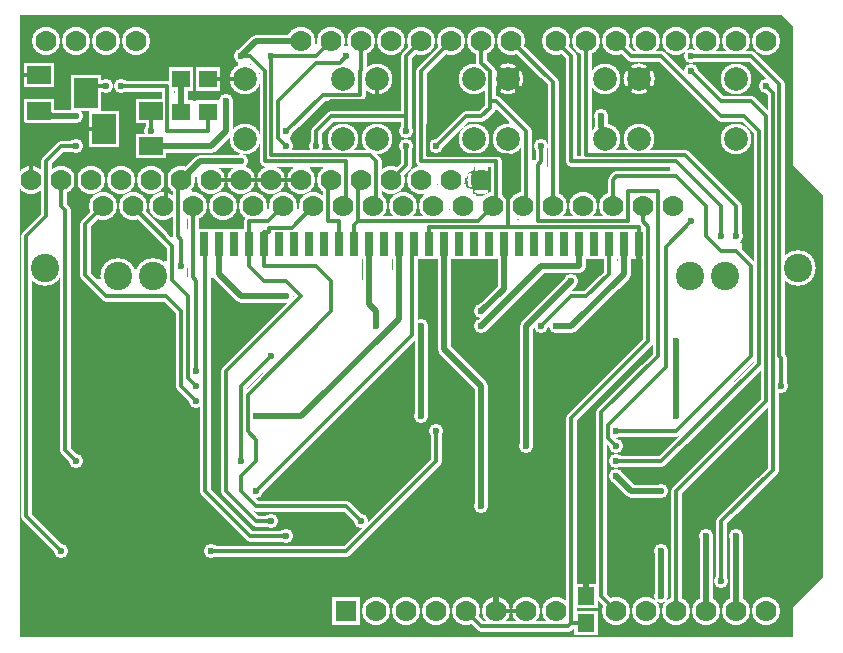
<source format=gbr>
G04 GERBER ASCII OUTPUT FROM: EDWINXP (VER. 1.61 REV. 20080915)*
G04 GERBER FORMAT: RX-274-X*
G04 BOARD: AMICUS_LCD_SHIELD*
G04 ARTWORK OF COMP.LAYERPOSITIVE SUPERIMPOSED ON NEGATIVE*
%ASAXBY*%
%FSLAX23Y23*%
%MIA0B0*%
%MOIN*%
%OFA0.0000B0.0000*%
%SFA1B1*%
%IJA0B0*%
%INLAYER2NEGPOS*%
%IOA0B0*%
%IPPOS*%
%IR0*%
G04 APERTURE MACROS*
%AMEDWDONUT*
1,1,$1,$2,$3*
1,0,$4,$2,$3*
%
%AMEDWFRECT*
20,1,$1,$2,$3,$4,$5,$6*
%
%AMEDWORECT*
20,1,$1,$2,$3,$4,$5,$10*
20,1,$1,$4,$5,$6,$7,$10*
20,1,$1,$6,$7,$8,$9,$10*
20,1,$1,$8,$9,$2,$3,$10*
1,1,$1,$2,$3*
1,1,$1,$4,$5*
1,1,$1,$6,$7*
1,1,$1,$8,$9*
%
%AMEDWLINER*
20,1,$1,$2,$3,$4,$5,$6*
1,1,$1,$2,$3*
1,1,$1,$4,$5*
%
%AMEDWFTRNG*
4,1,3,$1,$2,$3,$4,$5,$6,$7,$8,$9*
%
%AMEDWATRNG*
4,1,3,$1,$2,$3,$4,$5,$6,$7,$8,$9*
20,1,$11,$1,$2,$3,$4,$10*
20,1,$11,$3,$4,$5,$6,$10*
20,1,$11,$5,$6,$7,$8,$10*
1,1,$11,$3,$4*
1,1,$11,$5,$6*
1,1,$11,$7,$8*
%
%AMEDWOTRNG*
20,1,$1,$2,$3,$4,$5,$8*
20,1,$1,$4,$5,$6,$7,$8*
20,1,$1,$6,$7,$2,$3,$8*
1,1,$1,$2,$3*
1,1,$1,$4,$5*
1,1,$1,$6,$7*
%
G04*
G04 APERTURE LIST*
%ADD10R,0.03937X0.08661*%
%ADD11R,0.06337X0.11061*%
%ADD12R,0.0315X0.07874*%
%ADD13R,0.0555X0.10274*%
%ADD14R,0.0580X0.0500*%
%ADD15R,0.0820X0.0740*%
%ADD16R,0.0480X0.0400*%
%ADD17R,0.0720X0.0640*%
%ADD18R,0.08268X0.05945*%
%ADD19R,0.10668X0.08345*%
%ADD20R,0.07874X0.05906*%
%ADD21R,0.10274X0.08306*%
%ADD22R,0.08268X0.10236*%
%ADD23R,0.10668X0.12636*%
%ADD24R,0.07874X0.09843*%
%ADD25R,0.10274X0.12243*%
%ADD26R,0.0700X0.0650*%
%ADD27R,0.0940X0.0890*%
%ADD28R,0.0600X0.0550*%
%ADD29R,0.0840X0.0790*%
%ADD30R,0.0650X0.0700*%
%ADD31R,0.0890X0.0940*%
%ADD32R,0.0550X0.0600*%
%ADD33R,0.0790X0.0840*%
%ADD34R,0.07087X0.06693*%
%ADD35R,0.10236X0.09843*%
%ADD36R,0.06299X0.05906*%
%ADD37R,0.09449X0.09055*%
%ADD38R,0.06693X0.07087*%
%ADD39R,0.09843X0.10236*%
%ADD40R,0.05906X0.06299*%
%ADD41R,0.09055X0.09449*%
%ADD42R,0.04724X0.06693*%
%ADD43R,0.07124X0.09093*%
%ADD44R,0.03937X0.05906*%
%ADD45R,0.06337X0.08306*%
%ADD46R,0.0860X0.0860*%
%ADD47R,0.1100X0.1100*%
%ADD48R,0.0700X0.0700*%
%ADD49R,0.0940X0.0940*%
%ADD50C,0.00039*%
%ADD52C,0.0010*%
%ADD54C,0.00118*%
%ADD56C,0.0020*%
%ADD57R,0.0020X0.0020*%
%ADD58C,0.00236*%
%ADD60C,0.0030*%
%ADD61R,0.0030X0.0030*%
%ADD62C,0.00394*%
%ADD64C,0.0040*%
%ADD65R,0.0040X0.0040*%
%ADD66C,0.00472*%
%ADD68C,0.0050*%
%ADD69R,0.0050X0.0050*%
%ADD70C,0.00512*%
%ADD71R,0.00512X0.00512*%
%ADD72C,0.00591*%
%ADD73R,0.00591X0.00591*%
%ADD74C,0.00659*%
%ADD75R,0.00659X0.00659*%
%ADD76C,0.00669*%
%ADD78C,0.00787*%
%ADD79R,0.00787X0.00787*%
%ADD80C,0.00799*%
%ADD82C,0.0080*%
%ADD84C,0.00886*%
%ADD85R,0.00886X0.00886*%
%ADD86C,0.00975*%
%ADD87R,0.00975X0.00975*%
%ADD88C,0.00984*%
%ADD89R,0.00984X0.00984*%
%ADD90C,0.0100*%
%ADD91R,0.0100X0.0100*%
%ADD92C,0.01181*%
%ADD94C,0.0120*%
%ADD96C,0.0130*%
%ADD97R,0.0130X0.0130*%
%ADD98C,0.0150*%
%ADD99R,0.0150X0.0150*%
%ADD100C,0.01575*%
%ADD102C,0.0160*%
%ADD103R,0.0160X0.0160*%
%ADD104C,0.01698*%
%ADD105R,0.01698X0.01698*%
%ADD106C,0.01797*%
%ADD107R,0.01797X0.01797*%
%ADD108C,0.01895*%
%ADD109R,0.01895X0.01895*%
%ADD110C,0.01969*%
%ADD111R,0.01969X0.01969*%
%ADD112C,0.01994*%
%ADD113R,0.01994X0.01994*%
%ADD114C,0.0200*%
%ADD116C,0.02092*%
%ADD117R,0.02092X0.02092*%
%ADD118C,0.02191*%
%ADD119R,0.02191X0.02191*%
%ADD120C,0.02289*%
%ADD121R,0.02289X0.02289*%
%ADD122C,0.02362*%
%ADD123R,0.02362X0.02362*%
%ADD124C,0.02387*%
%ADD125R,0.02387X0.02387*%
%ADD126C,0.0240*%
%ADD127R,0.0240X0.0240*%
%ADD128C,0.0240*%
%ADD129R,0.0240X0.0240*%
%ADD130C,0.02486*%
%ADD131R,0.02486X0.02486*%
%ADD132C,0.0250*%
%ADD133R,0.0250X0.0250*%
%ADD134C,0.02584*%
%ADD135R,0.02584X0.02584*%
%ADD136C,0.02636*%
%ADD138C,0.02683*%
%ADD139R,0.02683X0.02683*%
%ADD140C,0.02781*%
%ADD141R,0.02781X0.02781*%
%ADD142C,0.02794*%
%ADD144C,0.0288*%
%ADD145R,0.0288X0.0288*%
%ADD146C,0.0290*%
%ADD148C,0.02912*%
%ADD149R,0.02912X0.02912*%
%ADD150C,0.02978*%
%ADD151R,0.02978X0.02978*%
%ADD152C,0.02991*%
%ADD153R,0.02991X0.02991*%
%ADD154C,0.0300*%
%ADD155R,0.0300X0.0300*%
%ADD156C,0.03059*%
%ADD157R,0.03059X0.03059*%
%ADD158C,0.03069*%
%ADD159R,0.03069X0.03069*%
%ADD160C,0.03076*%
%ADD161R,0.03076X0.03076*%
%ADD162C,0.03175*%
%ADD163R,0.03175X0.03175*%
%ADD164C,0.03199*%
%ADD165R,0.03199X0.03199*%
%ADD166C,0.0320*%
%ADD167R,0.0320X0.0320*%
%ADD168C,0.03273*%
%ADD169R,0.03273X0.03273*%
%ADD170C,0.03372*%
%ADD171R,0.03372X0.03372*%
%ADD172C,0.03375*%
%ADD173R,0.03375X0.03375*%
%ADD174C,0.0347*%
%ADD175R,0.0347X0.0347*%
%ADD176C,0.0350*%
%ADD177R,0.0350X0.0350*%
%ADD178C,0.03569*%
%ADD179R,0.03569X0.03569*%
%ADD180C,0.03581*%
%ADD182C,0.0360*%
%ADD183R,0.0360X0.0360*%
%ADD184C,0.03667*%
%ADD185R,0.03667X0.03667*%
%ADD186C,0.0370*%
%ADD187R,0.0370X0.0370*%
%ADD188C,0.03765*%
%ADD189R,0.03765X0.03765*%
%ADD190C,0.03864*%
%ADD191R,0.03864X0.03864*%
%ADD192C,0.0390*%
%ADD193R,0.0390X0.0390*%
%ADD194C,0.03937*%
%ADD195R,0.03937X0.03937*%
%ADD196C,0.03962*%
%ADD197R,0.03962X0.03962*%
%ADD198C,0.0400*%
%ADD199R,0.0400X0.0400*%
%ADD200C,0.04061*%
%ADD201R,0.04061X0.04061*%
%ADD202C,0.04159*%
%ADD203R,0.04159X0.04159*%
%ADD204C,0.04173*%
%ADD205R,0.04173X0.04173*%
%ADD206C,0.04257*%
%ADD207R,0.04257X0.04257*%
%ADD208C,0.04356*%
%ADD209R,0.04356X0.04356*%
%ADD210C,0.0440*%
%ADD212C,0.04454*%
%ADD213R,0.04454X0.04454*%
%ADD214C,0.0450*%
%ADD215R,0.0450X0.0450*%
%ADD216C,0.04553*%
%ADD217R,0.04553X0.04553*%
%ADD218C,0.04651*%
%ADD219R,0.04651X0.04651*%
%ADD220C,0.0470*%
%ADD221R,0.0470X0.0470*%
%ADD222C,0.04724*%
%ADD223R,0.04724X0.04724*%
%ADD224C,0.04762*%
%ADD225R,0.04762X0.04762*%
%ADD226C,0.0490*%
%ADD227R,0.0490X0.0490*%
%ADD228C,0.0500*%
%ADD229R,0.0500X0.0500*%
%ADD230C,0.05118*%
%ADD231R,0.05118X0.05118*%
%ADD232C,0.0560*%
%ADD233R,0.0560X0.0560*%
%ADD234C,0.0570*%
%ADD235R,0.0570X0.0570*%
%ADD236C,0.0590*%
%ADD237R,0.0590X0.0590*%
%ADD238C,0.05906*%
%ADD239R,0.05906X0.05906*%
%ADD240C,0.05945*%
%ADD241R,0.05945X0.05945*%
%ADD242C,0.0600*%
%ADD243R,0.0600X0.0600*%
%ADD244C,0.0620*%
%ADD246C,0.06201*%
%ADD248C,0.06299*%
%ADD249R,0.06299X0.06299*%
%ADD250C,0.06337*%
%ADD251R,0.06337X0.06337*%
%ADD252C,0.0650*%
%ADD253R,0.0650X0.0650*%
%ADD254C,0.06693*%
%ADD255R,0.06693X0.06693*%
%ADD256C,0.0690*%
%ADD257R,0.0690X0.0690*%
%ADD258C,0.06906*%
%ADD259R,0.06906X0.06906*%
%ADD260C,0.0700*%
%ADD261R,0.0700X0.0700*%
%ADD262C,0.0710*%
%ADD263R,0.0710X0.0710*%
%ADD264C,0.07124*%
%ADD265R,0.07124X0.07124*%
%ADD266C,0.0740*%
%ADD267R,0.0740X0.0740*%
%ADD268C,0.0750*%
%ADD269R,0.0750X0.0750*%
%ADD270C,0.07598*%
%ADD272C,0.0760*%
%ADD274C,0.07874*%
%ADD275R,0.07874X0.07874*%
%ADD276C,0.0800*%
%ADD277R,0.0800X0.0800*%
%ADD278C,0.0810*%
%ADD279R,0.0810X0.0810*%
%ADD280C,0.08268*%
%ADD281R,0.08268X0.08268*%
%ADD282C,0.08306*%
%ADD283R,0.08306X0.08306*%
%ADD284C,0.08345*%
%ADD285R,0.08345X0.08345*%
%ADD286C,0.0840*%
%ADD287R,0.0840X0.0840*%
%ADD288C,0.08598*%
%ADD290C,0.0860*%
%ADD291R,0.0860X0.0860*%
%ADD292C,0.08601*%
%ADD294C,0.0870*%
%ADD295R,0.0870X0.0870*%
%ADD296C,0.0890*%
%ADD297R,0.0890X0.0890*%
%ADD298C,0.0900*%
%ADD299R,0.0900X0.0900*%
%ADD300C,0.09093*%
%ADD301R,0.09093X0.09093*%
%ADD302C,0.0940*%
%ADD303R,0.0940X0.0940*%
%ADD304C,0.09449*%
%ADD306C,0.0970*%
%ADD307R,0.0970X0.0970*%
%ADD308C,0.09843*%
%ADD309R,0.09843X0.09843*%
%ADD310C,0.0990*%
%ADD311R,0.0990X0.0990*%
%ADD312C,0.09998*%
%ADD314C,0.1000*%
%ADD315R,0.1000X0.1000*%
%ADD316C,0.10236*%
%ADD317R,0.10236X0.10236*%
%ADD318C,0.10274*%
%ADD319R,0.10274X0.10274*%
%ADD320C,0.1040*%
%ADD321R,0.1040X0.1040*%
%ADD322C,0.10668*%
%ADD323R,0.10668X0.10668*%
%ADD324C,0.10998*%
%ADD326C,0.1100*%
%ADD327R,0.1100X0.1100*%
%ADD328C,0.1110*%
%ADD329R,0.1110X0.1110*%
%ADD330C,0.1120*%
%ADD331R,0.1120X0.1120*%
%ADD332C,0.1140*%
%ADD333R,0.1140X0.1140*%
%ADD334C,0.1150*%
%ADD335R,0.1150X0.1150*%
%ADD336C,0.11849*%
%ADD338C,0.1200*%
%ADD339R,0.1200X0.1200*%
%ADD340C,0.1210*%
%ADD341R,0.1210X0.1210*%
%ADD342C,0.12243*%
%ADD343R,0.12243X0.12243*%
%ADD344C,0.1240*%
%ADD345R,0.1240X0.1240*%
%ADD346C,0.1250*%
%ADD347R,0.1250X0.1250*%
%ADD348C,0.12636*%
%ADD349R,0.12636X0.12636*%
%ADD350C,0.12992*%
%ADD351R,0.12992X0.12992*%
%ADD352C,0.1300*%
%ADD353R,0.1300X0.1300*%
%ADD354C,0.1340*%
%ADD355R,0.1340X0.1340*%
%ADD356C,0.1390*%
%ADD357R,0.1390X0.1390*%
%ADD358C,0.1420*%
%ADD359R,0.1420X0.1420*%
%ADD360C,0.1440*%
%ADD361R,0.1440X0.1440*%
%ADD362C,0.1490*%
%ADD363R,0.1490X0.1490*%
%ADD364C,0.1520*%
%ADD365R,0.1520X0.1520*%
%ADD366C,0.15374*%
%ADD367R,0.15374X0.15374*%
%ADD368C,0.1540*%
%ADD369R,0.1540X0.1540*%
%ADD370C,0.1660*%
%ADD371R,0.1660X0.1660*%
%ADD372C,0.17323*%
%ADD374C,0.1760*%
%ADD375R,0.1760X0.1760*%
%ADD376C,0.17774*%
%ADD377R,0.17774X0.17774*%
%ADD378C,0.18504*%
%ADD380C,0.18898*%
%ADD382C,0.20904*%
%ADD384C,0.2126*%
%ADD386C,0.21298*%
%ADD388C,0.22835*%
%ADD391R,0.23622X0.23622*%
%ADD393R,0.24937X0.24937*%
%ADD395R,0.26022X0.26022*%
%ADD397R,0.27337X0.27337*%
%ADD399R,0.31496X0.31496*%
%ADD401R,0.32811X0.32811*%
%ADD403R,0.33896X0.33896*%
%ADD405R,0.35211X0.35211*%
%ADD406C,0.45211*%
%ADD407R,0.45211X0.45211*%
%ADD408C,0.55211*%
%ADD409R,0.55211X0.55211*%
%ADD410C,0.65211*%
%ADD411R,0.65211X0.65211*%
%ADD412C,0.75211*%
%ADD413R,0.75211X0.75211*%
%ADD414C,0.85211*%
%ADD415R,0.85211X0.85211*%
%ADD416C,0.95211*%
%ADD417R,0.95211X0.95211*%
%ADD418C,1.05211*%
%ADD419R,1.05211X1.05211*%
%ADD420C,1.15211*%
%ADD421R,1.15211X1.15211*%
%ADD422C,1.25211*%
%ADD423R,1.25211X1.25211*%
%ADD424C,1.35211*%
%ADD425R,1.35211X1.35211*%
%ADD426C,1.45211*%
%ADD427R,1.45211X1.45211*%
%ADD428C,1.55211*%
%ADD429R,1.55211X1.55211*%
%ADD430C,1.65211*%
%ADD431R,1.65211X1.65211*%
%ADD432C,1.75211*%
%ADD433R,1.75211X1.75211*%
%ADD434C,1.85211*%
%ADD435R,1.85211X1.85211*%
%ADD436C,1.95211*%
%ADD437R,1.95211X1.95211*%
G04*
%LNLLAYER2CPOURD*%
%LPD*%
G36*
X1600Y100D02*
X1550Y13D01*
X13Y13D01*
X13Y2088D01*
X2550Y2088D01*
X2588Y2050D01*
X2588Y1588D01*
X2688Y1488D01*
X2688Y213D01*
X2588Y113D01*
X2588Y13D01*
X1613Y13D01*
X1600Y100D01*
G37*
G36*
X1600Y100D02*
X1513Y13D01*
X1650Y13D01*
X1600Y100D01*
G37*
%LNLLAYER2CRELIEVEC*%
%LPC*%
G36*
X1335Y1369D02*
X1335Y1391D01*
X1376Y1391D01*
X1376Y1369D01*
X1335Y1369D01*
G37*
G36*
X1306Y1369D02*
X1306Y1391D01*
X1341Y1391D01*
X1341Y1369D01*
X1306Y1369D01*
G37*
G36*
X1277Y1369D02*
X1277Y1391D01*
X1312Y1391D01*
X1312Y1369D01*
X1277Y1369D01*
G37*
G36*
X1235Y1369D02*
X1235Y1391D01*
X1282Y1391D01*
X1282Y1369D01*
X1235Y1369D01*
G37*
G36*
X1213Y1369D02*
X1213Y1391D01*
X1241Y1391D01*
X1241Y1369D01*
X1213Y1369D01*
G37*
G36*
X1176Y1369D02*
X1176Y1391D01*
X1220Y1391D01*
X1220Y1369D01*
X1176Y1369D01*
G37*
G36*
X1137Y1369D02*
X1137Y1389D01*
X1182Y1389D01*
X1182Y1369D01*
X1137Y1369D01*
G37*
G36*
X1609Y1398D02*
X1609Y1421D01*
X1639Y1421D01*
X1639Y1398D01*
X1609Y1398D01*
G37*
D113*
X1646Y1408D02*D03*
X1646Y1421D02*D03*
G36*
X1617Y1414D02*
X1617Y1431D01*
X1639Y1431D01*
X1639Y1414D01*
X1617Y1414D01*
G37*
D105*
X1631Y1433D02*D03*
G36*
X1636Y1385D02*
X1636Y1406D01*
X1671Y1406D01*
X1671Y1385D01*
X1636Y1385D01*
G37*
G36*
X1648Y1398D02*
X1648Y1418D01*
X1669Y1418D01*
X1669Y1398D01*
X1648Y1398D01*
G37*
D135*
X1677Y1392D02*D03*
G36*
X1683Y1379D02*
X1683Y1411D01*
X1718Y1411D01*
X1718Y1379D01*
X1683Y1379D01*
G37*
G36*
X1711Y1379D02*
X1711Y1400D01*
X1730Y1400D01*
X1730Y1379D01*
X1711Y1379D01*
G37*
G36*
X1711Y1393D02*
X1711Y1422D01*
X1727Y1422D01*
X1727Y1393D01*
X1711Y1393D01*
G37*
G36*
X1605Y1379D02*
X1605Y1406D01*
X1639Y1406D01*
X1639Y1379D01*
X1605Y1379D01*
G37*
G36*
X1572Y1379D02*
X1572Y1411D01*
X1611Y1411D01*
X1611Y1379D01*
X1572Y1379D01*
G37*
G36*
X1543Y1379D02*
X1543Y1396D01*
X1578Y1396D01*
X1578Y1379D01*
X1543Y1379D01*
G37*
G36*
X1552Y1389D02*
X1552Y1406D01*
X1578Y1406D01*
X1578Y1389D01*
X1552Y1389D01*
G37*
G36*
X1711Y1476D02*
X1711Y1511D01*
X1727Y1511D01*
X1727Y1476D01*
X1711Y1476D01*
G37*
G36*
X1710Y1504D02*
X1710Y1548D01*
X1727Y1548D01*
X1727Y1504D01*
X1710Y1504D01*
G37*
G36*
X1710Y1541D02*
X1710Y1576D01*
X1727Y1576D01*
X1727Y1541D01*
X1710Y1541D01*
G37*
G36*
X1710Y1569D02*
X1710Y1592D01*
X1727Y1592D01*
X1727Y1569D01*
X1710Y1569D01*
G37*
G36*
X1514Y1410D02*
X1514Y1427D01*
X1538Y1427D01*
X1538Y1410D01*
X1514Y1410D01*
G37*
G36*
X1530Y1419D02*
X1530Y1437D01*
X1547Y1437D01*
X1547Y1419D01*
X1530Y1419D01*
G37*
G36*
X1521Y1420D02*
X1521Y1436D01*
X1538Y1436D01*
X1538Y1420D01*
X1521Y1420D01*
G37*
G36*
X1524Y1430D02*
X1524Y1449D01*
X1549Y1449D01*
X1549Y1430D01*
X1524Y1430D01*
G37*
G36*
X1525Y1442D02*
X1525Y1485D01*
X1548Y1485D01*
X1548Y1442D01*
X1525Y1442D01*
G37*
D105*
X1550Y1477D02*D03*
G36*
X1516Y1470D02*
X1516Y1492D01*
X1533Y1492D01*
X1533Y1470D01*
X1516Y1470D01*
G37*
G36*
X1506Y1479D02*
X1506Y1499D01*
X1523Y1499D01*
X1523Y1479D01*
X1506Y1479D01*
G37*
G36*
X1495Y1485D02*
X1495Y1512D01*
X1513Y1512D01*
X1513Y1485D01*
X1495Y1485D01*
G37*
G36*
X1478Y1488D02*
X1478Y1516D01*
X1502Y1516D01*
X1502Y1488D01*
X1478Y1488D01*
G37*
X1514Y1501D02*D03*
D107*
X1493Y1518D02*D03*
G36*
X1455Y1481D02*
X1455Y1500D01*
X1472Y1500D01*
X1472Y1481D01*
X1455Y1481D01*
G37*
X1473Y1495D02*D03*
G36*
X1442Y1470D02*
X1442Y1498D01*
X1459Y1498D01*
X1459Y1470D01*
X1442Y1470D01*
G37*
G36*
X1415Y1410D02*
X1415Y1427D01*
X1459Y1427D01*
X1459Y1410D01*
X1415Y1410D01*
G37*
G36*
X1421Y1420D02*
X1421Y1437D01*
X1453Y1437D01*
X1453Y1420D01*
X1421Y1420D01*
G37*
X1434Y1439D02*D03*
G36*
X1426Y1441D02*
X1426Y1479D01*
X1449Y1479D01*
X1449Y1441D01*
X1426Y1441D01*
G37*
G36*
X1416Y1470D02*
X1416Y1498D01*
X1433Y1498D01*
X1433Y1470D01*
X1416Y1470D01*
G37*
G36*
X1426Y1472D02*
X1426Y1498D01*
X1449Y1498D01*
X1449Y1472D01*
X1426Y1472D01*
G37*
G36*
X1406Y1479D02*
X1406Y1511D01*
X1423Y1511D01*
X1423Y1479D01*
X1406Y1479D01*
G37*
G36*
X1396Y1485D02*
X1396Y1511D01*
X1414Y1511D01*
X1414Y1485D01*
X1396Y1485D01*
G37*
G36*
X1385Y1488D02*
X1385Y1511D01*
X1403Y1511D01*
X1403Y1488D01*
X1385Y1488D01*
G37*
G36*
X1358Y1483D02*
X1358Y1501D01*
X1375Y1501D01*
X1375Y1483D01*
X1358Y1483D01*
G37*
D109*
X1377Y1497D02*D03*
G36*
X1382Y1504D02*
X1382Y1521D01*
X1416Y1521D01*
X1416Y1504D01*
X1382Y1504D01*
G37*
D107*
X1396Y1523D02*D03*
G36*
X1389Y1524D02*
X1389Y1551D01*
X1412Y1551D01*
X1412Y1524D01*
X1389Y1524D01*
G37*
D125*
X1399Y1556D02*D03*
G36*
X1403Y1556D02*
X1403Y1590D01*
X1420Y1590D01*
X1420Y1556D01*
X1403Y1556D01*
G37*
G36*
X1413Y1567D02*
X1413Y1590D01*
X1430Y1590D01*
X1430Y1567D01*
X1413Y1567D01*
G37*
D107*
X1432Y1582D02*D03*
G36*
X1377Y1560D02*
X1377Y1590D01*
X1394Y1590D01*
X1394Y1560D01*
X1377Y1560D01*
G37*
G36*
X1387Y1561D02*
X1387Y1590D01*
X1411Y1590D01*
X1411Y1561D01*
X1387Y1561D01*
G37*
G36*
X1366Y1569D02*
X1366Y1590D01*
X1384Y1590D01*
X1384Y1569D01*
X1366Y1569D01*
G37*
G36*
X1354Y1574D02*
X1354Y1591D01*
X1372Y1591D01*
X1372Y1574D01*
X1354Y1574D01*
G37*
G36*
X1022Y1572D02*
X1022Y1590D01*
X1039Y1590D01*
X1039Y1572D01*
X1022Y1572D01*
G37*
D105*
X971Y1579D02*D03*
G36*
X921Y1572D02*
X921Y1590D01*
X938Y1590D01*
X938Y1572D01*
X921Y1572D01*
G37*
G36*
X2042Y1379D02*
X2042Y1396D01*
X2081Y1396D01*
X2081Y1379D01*
X2042Y1379D01*
G37*
G36*
X2047Y1389D02*
X2047Y1415D01*
X2075Y1415D01*
X2075Y1389D01*
X2047Y1389D01*
G37*
G36*
X2073Y1369D02*
X2073Y1386D01*
X2091Y1386D01*
X2091Y1369D01*
X2073Y1369D01*
G37*
G36*
X2110Y1386D02*
X2110Y1422D01*
X2127Y1422D01*
X2127Y1386D01*
X2110Y1386D01*
G37*
G36*
X2100Y1396D02*
X2100Y1415D01*
X2117Y1415D01*
X2117Y1396D01*
X2100Y1396D01*
G37*
G36*
X2365Y1340D02*
X2365Y1386D01*
X2383Y1386D01*
X2383Y1340D01*
X2365Y1340D01*
G37*
D151*
X2374Y1394D02*D03*
X2374Y1416D02*D03*
G36*
X2359Y1424D02*
X2359Y1452D01*
X2388Y1452D01*
X2388Y1424D01*
X2359Y1424D01*
G37*
D105*
X2368Y1453D02*D03*
G36*
X2344Y1314D02*
X2344Y1334D01*
X2381Y1334D01*
X2381Y1314D01*
X2344Y1314D01*
G37*
G36*
X2360Y1327D02*
X2360Y1344D01*
X2381Y1344D01*
X2381Y1327D01*
X2360Y1327D01*
G37*
G36*
X2374Y1310D02*
X2374Y1336D01*
X2402Y1336D01*
X2402Y1310D01*
X2374Y1310D01*
G37*
X2413Y1313D02*D03*
G36*
X2395Y1309D02*
X2395Y1334D01*
X2412Y1334D01*
X2412Y1309D01*
X2395Y1309D01*
G37*
X2413Y1322D02*D03*
G36*
X852Y1390D02*
X852Y1407D01*
X892Y1407D01*
X892Y1390D01*
X852Y1390D01*
G37*
G36*
X885Y1390D02*
X885Y1411D01*
X916Y1411D01*
X916Y1390D01*
X885Y1390D01*
G37*
G36*
X909Y1398D02*
X909Y1421D01*
X926Y1421D01*
X926Y1398D01*
X909Y1398D01*
G37*
G36*
X919Y1408D02*
X919Y1430D01*
X936Y1430D01*
X936Y1408D01*
X919Y1408D01*
G37*
G36*
X929Y1418D02*
X929Y1442D01*
X946Y1442D01*
X946Y1418D01*
X929Y1418D01*
G37*
G36*
X814Y1410D02*
X814Y1427D01*
X837Y1427D01*
X837Y1410D01*
X814Y1410D01*
G37*
G36*
X830Y1419D02*
X830Y1442D01*
X847Y1442D01*
X847Y1419D01*
X830Y1419D01*
G37*
G36*
X547Y1476D02*
X547Y1498D01*
X564Y1498D01*
X564Y1476D01*
X547Y1476D01*
G37*
G36*
X557Y1482D02*
X557Y1500D01*
X574Y1500D01*
X574Y1482D01*
X557Y1482D01*
G37*
G36*
X567Y1486D02*
X567Y1505D01*
X584Y1505D01*
X584Y1486D01*
X567Y1486D01*
G37*
G36*
X594Y1548D02*
X594Y1566D01*
X614Y1566D01*
X614Y1548D01*
X594Y1548D01*
G37*
G36*
X603Y1559D02*
X603Y1576D01*
X621Y1576D01*
X621Y1559D01*
X603Y1559D01*
G37*
G36*
X614Y1567D02*
X614Y1585D01*
X631Y1585D01*
X631Y1567D01*
X614Y1567D01*
G37*
G36*
X2200Y1557D02*
X2200Y1573D01*
X2217Y1573D01*
X2217Y1557D01*
X2200Y1557D01*
G37*
D135*
X2191Y1573D02*D03*
G36*
X513Y1711D02*
X513Y1730D01*
X550Y1730D01*
X550Y1711D01*
X513Y1711D01*
G37*
G36*
X543Y1711D02*
X543Y1730D01*
X582Y1730D01*
X582Y1711D01*
X543Y1711D01*
G37*
G36*
X576Y1711D02*
X576Y1730D01*
X622Y1730D01*
X622Y1711D01*
X576Y1711D01*
G37*
D105*
X593Y1732D02*D03*
G36*
X585Y1733D02*
X585Y1761D01*
X605Y1761D01*
X605Y1733D01*
X585Y1733D01*
G37*
G36*
X585Y1754D02*
X585Y1784D01*
X605Y1784D01*
X605Y1754D01*
X585Y1754D01*
G37*
G36*
X585Y1776D02*
X585Y1802D01*
X605Y1802D01*
X605Y1776D01*
X585Y1776D01*
G37*
G36*
X737Y1915D02*
X737Y1934D01*
X754Y1934D01*
X754Y1915D01*
X737Y1915D01*
G37*
D107*
X773Y1926D02*D03*
G36*
X747Y1918D02*
X747Y1936D01*
X770Y1936D01*
X770Y1918D01*
X747Y1918D01*
G37*
D105*
X905Y1673D02*D03*
G36*
X976Y1961D02*
X976Y1977D01*
X1000Y1977D01*
X1000Y1961D01*
X976Y1961D01*
G37*
G36*
X993Y1969D02*
X993Y1990D01*
X1010Y1990D01*
X1010Y1969D01*
X993Y1969D01*
G37*
G36*
X983Y1970D02*
X983Y1986D01*
X1000Y1986D01*
X1000Y1970D01*
X983Y1970D01*
G37*
G36*
X1084Y1964D02*
X1084Y1985D01*
X1102Y1985D01*
X1102Y1964D01*
X1084Y1964D01*
G37*
G36*
X1096Y1964D02*
X1096Y1985D01*
X1114Y1985D01*
X1114Y1964D01*
X1096Y1964D01*
G37*
G36*
X1587Y1770D02*
X1587Y1786D01*
X1604Y1786D01*
X1604Y1770D01*
X1587Y1770D01*
G37*
X1647Y1726D02*D03*
D109*
X1719Y1594D02*D03*
G36*
X640Y1249D02*
X640Y1281D01*
X661Y1281D01*
X661Y1249D01*
X640Y1249D01*
G37*
G36*
X640Y1228D02*
X640Y1255D01*
X661Y1255D01*
X661Y1228D01*
X640Y1228D01*
G37*
G36*
X640Y1212D02*
X640Y1234D01*
X661Y1234D01*
X661Y1212D01*
X640Y1212D01*
G37*
G36*
X515Y1332D02*
X515Y1348D01*
X532Y1348D01*
X532Y1332D01*
X515Y1332D01*
G37*
G36*
X491Y1249D02*
X491Y1269D01*
X508Y1269D01*
X508Y1249D01*
X491Y1249D01*
G37*
G36*
X389Y1217D02*
X389Y1242D01*
X406Y1242D01*
X406Y1217D01*
X389Y1217D01*
G37*
G36*
X277Y1181D02*
X277Y1197D01*
X294Y1197D01*
X294Y1181D01*
X277Y1181D01*
G37*
X278Y1199D02*D03*
G36*
X1798Y1061D02*
X1789Y1070D01*
X1789Y1074D01*
X1848Y1133D01*
X1889Y1134D01*
X1889Y1142D01*
X1898Y1142D01*
X1909Y1142D01*
X1909Y1132D01*
X1909Y1129D01*
X1849Y1069D01*
X1844Y1060D01*
X1834Y1061D01*
X1829Y1061D01*
X1821Y1061D01*
X1813Y1061D01*
X1798Y1061D01*
G37*
G36*
X1637Y1170D02*
X1637Y1187D01*
X1637Y1194D01*
X1637Y1202D01*
X1637Y1210D01*
X1637Y1218D01*
X1637Y1226D01*
X1637Y1234D01*
X1637Y1242D01*
X1637Y1250D01*
X1637Y1266D01*
X1637Y1272D01*
X1638Y1274D01*
X1733Y1275D01*
X1733Y1283D01*
X1743Y1283D01*
X1862Y1283D01*
X1861Y1273D01*
X1861Y1270D01*
X1756Y1269D01*
X1747Y1266D01*
X1746Y1265D01*
X1737Y1258D01*
X1698Y1219D01*
X1698Y1218D01*
X1695Y1215D01*
X1686Y1207D01*
X1657Y1178D01*
X1657Y1170D01*
X1647Y1170D01*
X1637Y1170D01*
G37*
G36*
X1982Y1214D02*
X1982Y1227D01*
X1981Y1228D01*
X1981Y1272D01*
X1982Y1282D01*
X1992Y1282D01*
X2003Y1282D01*
X2004Y1259D01*
X2012Y1259D01*
X2012Y1250D01*
X2012Y1233D01*
X2009Y1229D01*
X2002Y1214D01*
X1993Y1214D01*
X1982Y1214D01*
G37*
G36*
X2006Y708D02*
X2003Y717D01*
X1989Y721D01*
X1989Y725D01*
X2004Y740D01*
X2004Y741D01*
X2007Y744D01*
X2013Y750D01*
X2019Y755D01*
X2024Y761D01*
X2030Y767D01*
X2036Y773D01*
X2042Y779D01*
X2048Y785D01*
X2054Y791D01*
X2060Y797D01*
X2066Y803D01*
X2072Y809D01*
X2078Y814D01*
X2084Y820D01*
X2089Y826D01*
X2095Y832D01*
X2101Y838D01*
X2107Y844D01*
X2113Y850D01*
X2119Y856D01*
X2125Y862D01*
X2131Y868D01*
X2137Y874D01*
X2143Y879D01*
X2148Y885D01*
X2154Y891D01*
X2160Y897D01*
X2166Y911D01*
X2176Y911D01*
X2179Y911D01*
X2180Y749D01*
X2181Y748D01*
X2183Y745D01*
X2189Y739D01*
X2192Y737D01*
X2201Y736D01*
X2209Y736D01*
X2209Y727D01*
X2209Y724D01*
X2201Y716D01*
X2184Y715D01*
X2184Y707D01*
X2175Y708D01*
X2170Y708D01*
X2162Y708D01*
X2154Y708D01*
X2146Y708D01*
X2138Y708D01*
X2130Y708D01*
X2123Y708D01*
X2115Y708D01*
X2107Y708D01*
X2099Y708D01*
X2091Y708D01*
X2083Y708D01*
X2075Y708D01*
X2067Y708D01*
X2060Y708D01*
X2052Y708D01*
X2044Y708D01*
X2036Y708D01*
X2021Y708D01*
X2006Y708D01*
G37*
G36*
X1957Y734D02*
X1957Y750D01*
X1958Y755D01*
X2126Y924D01*
X2126Y925D01*
X2130Y929D01*
X2136Y943D01*
X2145Y942D01*
X2156Y942D01*
X2156Y933D01*
X2156Y920D01*
X2086Y850D01*
X2077Y842D01*
X1977Y742D01*
X1977Y734D01*
X1967Y734D01*
X1957Y734D01*
G37*
G36*
X1907Y1628D02*
X1907Y1645D01*
X1906Y1646D01*
X1906Y1659D01*
X1916Y1659D01*
X1919Y1659D01*
X1921Y1656D01*
X1935Y1649D01*
X1934Y1639D01*
X1934Y1636D01*
X1927Y1627D01*
X1918Y1628D01*
X1907Y1628D01*
G37*
G36*
X1744Y1474D02*
X1744Y1489D01*
X1745Y1498D01*
X1744Y1506D01*
X1744Y1529D01*
X1745Y1538D01*
X1745Y1581D01*
X1746Y1582D01*
X1752Y1588D01*
X1754Y1592D01*
X1757Y1601D01*
X1757Y1635D01*
X1758Y1644D01*
X1767Y1644D01*
X1770Y1644D01*
X1771Y1522D01*
X1779Y1522D01*
X1779Y1512D01*
X1779Y1492D01*
X1775Y1488D01*
X1766Y1482D01*
X1766Y1474D01*
X1756Y1474D01*
X1744Y1474D01*
G37*
G36*
X2315Y1338D02*
X2314Y1348D01*
X2311Y1351D01*
X2307Y1355D01*
X2307Y1391D01*
X2306Y1392D01*
X2306Y1413D01*
X2307Y1422D01*
X2307Y1435D01*
X2306Y1436D01*
X2306Y1453D01*
X2304Y1455D01*
X2304Y1467D01*
X2313Y1467D01*
X2316Y1467D01*
X2332Y1451D01*
X2333Y1408D01*
X2341Y1408D01*
X2341Y1398D01*
X2341Y1362D01*
X2338Y1357D01*
X2337Y1352D01*
X2336Y1349D01*
X2335Y1338D01*
X2325Y1338D01*
X2315Y1338D01*
G37*
G36*
X1483Y1543D02*
X1482Y1553D01*
X1480Y1557D01*
X1476Y1563D01*
X1468Y1571D01*
X1465Y1573D01*
X1461Y1576D01*
X1452Y1579D01*
X1452Y1591D01*
X1461Y1591D01*
X1525Y1591D01*
X1525Y1581D01*
X1525Y1578D01*
X1524Y1574D01*
X1523Y1570D01*
X1519Y1569D01*
X1510Y1565D01*
X1506Y1560D01*
X1504Y1554D01*
X1503Y1543D01*
X1494Y1543D01*
X1483Y1543D01*
G37*
G36*
X753Y1161D02*
X749Y1171D01*
X686Y1234D01*
X686Y1266D01*
X686Y1272D01*
X687Y1282D01*
X696Y1282D01*
X757Y1282D01*
X758Y1258D01*
X761Y1249D01*
X769Y1240D01*
X814Y1195D01*
X815Y1195D01*
X817Y1194D01*
X819Y1193D01*
X822Y1192D01*
X831Y1191D01*
X893Y1191D01*
X909Y1183D01*
X909Y1174D01*
X909Y1171D01*
X903Y1170D01*
X789Y1169D01*
X789Y1161D01*
X779Y1161D01*
X753Y1161D01*
G37*
G36*
X600Y1204D02*
X599Y1213D01*
X596Y1216D01*
X593Y1220D01*
X593Y1249D01*
X593Y1272D01*
X594Y1282D01*
X604Y1282D01*
X613Y1282D01*
X614Y1250D01*
X622Y1250D01*
X621Y1241D01*
X621Y1212D01*
X620Y1203D01*
X611Y1204D01*
X600Y1204D01*
G37*
G36*
X571Y1156D02*
X570Y1166D01*
X568Y1167D01*
X566Y1169D01*
X560Y1175D01*
X552Y1184D01*
X531Y1204D01*
X529Y1205D01*
X525Y1209D01*
X524Y1212D01*
X524Y1230D01*
X525Y1232D01*
X553Y1233D01*
X557Y1245D01*
X566Y1244D01*
X569Y1244D01*
X570Y1220D01*
X573Y1211D01*
X581Y1202D01*
X582Y1201D01*
X583Y1192D01*
X591Y1192D01*
X591Y1183D01*
X591Y1156D01*
X581Y1156D01*
X571Y1156D01*
G37*
G36*
X542Y1112D02*
X541Y1122D01*
X538Y1125D01*
X530Y1133D01*
X507Y1157D01*
X505Y1158D01*
X490Y1165D01*
X481Y1166D01*
X480Y1167D01*
X480Y1171D01*
X481Y1172D01*
X490Y1179D01*
X491Y1181D01*
X494Y1186D01*
X497Y1196D01*
X506Y1196D01*
X509Y1196D01*
X555Y1151D01*
X556Y1141D01*
X564Y1141D01*
X563Y1131D01*
X563Y1121D01*
X562Y1112D01*
X553Y1112D01*
X542Y1112D01*
G37*
G36*
X362Y1157D02*
X362Y1170D01*
X364Y1172D01*
X375Y1183D01*
X375Y1185D01*
X378Y1188D01*
X380Y1192D01*
X382Y1197D01*
X384Y1203D01*
X386Y1212D01*
X386Y1225D01*
X395Y1225D01*
X398Y1225D01*
X399Y1216D01*
X402Y1205D01*
X406Y1196D01*
X407Y1195D01*
X414Y1186D01*
X422Y1179D01*
X431Y1178D01*
X430Y1169D01*
X430Y1166D01*
X413Y1165D01*
X413Y1157D01*
X403Y1157D01*
X391Y1157D01*
X376Y1157D01*
X362Y1157D01*
G37*
G36*
X558Y1255D02*
X557Y1264D01*
X556Y1265D01*
X556Y1342D01*
X553Y1345D01*
X547Y1353D01*
X544Y1357D01*
X544Y1414D01*
X545Y1424D01*
X555Y1423D01*
X559Y1423D01*
X563Y1420D01*
X565Y1418D01*
X567Y1417D01*
X569Y1415D01*
X570Y1375D01*
X578Y1375D01*
X578Y1366D01*
X578Y1254D01*
X568Y1255D01*
X558Y1255D01*
G37*
G36*
X782Y1366D02*
X782Y1376D01*
X781Y1377D01*
X781Y1381D01*
X782Y1383D01*
X808Y1384D01*
X808Y1392D01*
X817Y1392D01*
X833Y1392D01*
X833Y1382D01*
X833Y1379D01*
X824Y1376D01*
X823Y1375D01*
X821Y1375D01*
X802Y1374D01*
X802Y1366D01*
X793Y1366D01*
X782Y1366D01*
G37*
G36*
X801Y1229D02*
X800Y1239D01*
X794Y1244D01*
X791Y1247D01*
X782Y1255D01*
X781Y1258D01*
X781Y1272D01*
X782Y1282D01*
X792Y1282D01*
X808Y1282D01*
X809Y1266D01*
X811Y1254D01*
X821Y1249D01*
X821Y1240D01*
X821Y1229D01*
X812Y1229D01*
X801Y1229D01*
G37*
G36*
X930Y1366D02*
X930Y1378D01*
X952Y1400D01*
X952Y1401D01*
X955Y1404D01*
X959Y1407D01*
X995Y1408D01*
X1002Y1412D01*
X1008Y1425D01*
X1017Y1424D01*
X1020Y1424D01*
X1021Y1408D01*
X1024Y1399D01*
X1029Y1395D01*
X1032Y1393D01*
X1035Y1392D01*
X1044Y1391D01*
X1066Y1391D01*
X1065Y1381D01*
X1065Y1375D01*
X997Y1374D01*
X997Y1366D01*
X988Y1366D01*
X969Y1366D01*
X961Y1366D01*
X953Y1366D01*
X945Y1366D01*
X930Y1366D01*
G37*
G36*
X1086Y1366D02*
X1083Y1375D01*
X1082Y1384D01*
X1082Y1390D01*
X1082Y1404D01*
X1088Y1406D01*
X1098Y1409D01*
X1100Y1411D01*
X1107Y1424D01*
X1117Y1423D01*
X1128Y1423D01*
X1127Y1414D01*
X1127Y1403D01*
X1120Y1395D01*
X1119Y1393D01*
X1118Y1391D01*
X1117Y1386D01*
X1116Y1377D01*
X1116Y1375D01*
X1114Y1366D01*
X1105Y1366D01*
X1086Y1366D01*
G37*
G36*
X1211Y1045D02*
X1211Y1060D01*
X1211Y1067D01*
X1211Y1075D01*
X1211Y1101D01*
X1211Y1102D01*
X1208Y1109D01*
X1202Y1117D01*
X1196Y1123D01*
X1190Y1128D01*
X1187Y1131D01*
X1187Y1161D01*
X1186Y1162D01*
X1186Y1249D01*
X1186Y1272D01*
X1187Y1282D01*
X1196Y1282D01*
X1253Y1282D01*
X1254Y1199D01*
X1262Y1199D01*
X1262Y1189D01*
X1262Y1082D01*
X1259Y1079D01*
X1252Y1072D01*
X1245Y1065D01*
X1236Y1058D01*
X1231Y1045D01*
X1222Y1045D01*
X1211Y1045D01*
G37*
G36*
X1144Y1473D02*
X1144Y1490D01*
X1145Y1492D01*
X1147Y1493D01*
X1150Y1495D01*
X1159Y1497D01*
X1160Y1498D01*
X1169Y1503D01*
X1170Y1512D01*
X1180Y1512D01*
X1191Y1512D01*
X1190Y1502D01*
X1190Y1494D01*
X1187Y1493D01*
X1177Y1490D01*
X1168Y1484D01*
X1164Y1473D01*
X1154Y1473D01*
X1144Y1473D01*
G37*
G36*
X1045Y1474D02*
X1045Y1485D01*
X1044Y1486D01*
X1044Y1490D01*
X1045Y1492D01*
X1047Y1493D01*
X1056Y1495D01*
X1065Y1500D01*
X1070Y1511D01*
X1079Y1511D01*
X1090Y1511D01*
X1090Y1501D01*
X1090Y1494D01*
X1088Y1493D01*
X1084Y1491D01*
X1074Y1488D01*
X1069Y1484D01*
X1065Y1474D01*
X1056Y1474D01*
X1045Y1474D01*
G37*
G36*
X1108Y1474D02*
X1107Y1484D01*
X1106Y1485D01*
X1106Y1511D01*
X1116Y1511D01*
X1120Y1511D01*
X1121Y1498D01*
X1129Y1498D01*
X1128Y1489D01*
X1128Y1474D01*
X1119Y1474D01*
X1108Y1474D01*
G37*
G36*
X1071Y1562D02*
X1070Y1571D01*
X1066Y1573D01*
X1061Y1576D01*
X1052Y1579D01*
X1052Y1591D01*
X1062Y1591D01*
X1082Y1591D01*
X1091Y1584D01*
X1091Y1574D01*
X1091Y1561D01*
X1081Y1562D01*
X1071Y1562D01*
G37*
G36*
X1170Y1561D02*
X1107Y1570D01*
X1106Y1573D01*
X1106Y1579D01*
X1106Y1587D01*
X1106Y1602D01*
X1107Y1612D01*
X1117Y1611D01*
X1172Y1611D01*
X1183Y1601D01*
X1191Y1601D01*
X1190Y1591D01*
X1190Y1560D01*
X1181Y1561D01*
X1170Y1561D01*
G37*
G36*
X857Y1628D02*
X857Y1640D01*
X856Y1641D01*
X856Y1665D01*
X866Y1664D01*
X869Y1664D01*
X877Y1656D01*
X878Y1654D01*
X888Y1649D01*
X888Y1639D01*
X888Y1636D01*
X879Y1635D01*
X879Y1627D01*
X870Y1628D01*
X857Y1628D01*
G37*
G36*
X856Y1813D02*
X856Y1831D01*
X856Y1839D01*
X856Y1847D01*
X856Y1855D01*
X856Y1863D01*
X856Y1871D01*
X856Y1878D01*
X856Y1886D01*
X856Y1894D01*
X856Y1902D01*
X856Y1910D01*
X856Y1918D01*
X856Y1926D01*
X856Y1932D01*
X857Y1934D01*
X965Y1935D01*
X965Y1943D01*
X975Y1942D01*
X986Y1942D01*
X985Y1933D01*
X985Y1930D01*
X876Y1820D01*
X876Y1812D01*
X867Y1813D01*
X856Y1813D01*
G37*
G36*
X821Y1911D02*
X820Y1921D01*
X818Y1922D01*
X816Y1924D01*
X808Y1932D01*
X786Y1953D01*
X782Y1958D01*
X782Y1962D01*
X784Y1965D01*
X787Y1968D01*
X796Y1976D01*
X799Y1987D01*
X809Y1986D01*
X910Y1986D01*
X924Y1978D01*
X923Y1969D01*
X923Y1966D01*
X843Y1965D01*
X841Y1962D01*
X840Y1960D01*
X838Y1957D01*
X836Y1951D01*
X837Y1946D01*
X839Y1940D01*
X841Y1937D01*
X841Y1911D01*
X831Y1911D01*
X821Y1911D01*
G37*
G36*
X1014Y1937D02*
X1014Y1949D01*
X1022Y1957D01*
X1059Y1958D01*
X1060Y1959D01*
X1069Y1965D01*
X1071Y1975D01*
X1080Y1975D01*
X1091Y1975D01*
X1091Y1965D01*
X1091Y1962D01*
X1090Y1960D01*
X1088Y1957D01*
X1086Y1951D01*
X1080Y1945D01*
X1057Y1944D01*
X1057Y1936D01*
X1048Y1937D01*
X1045Y1937D01*
X1036Y1938D01*
X1035Y1937D01*
X1029Y1937D01*
X1014Y1937D01*
G37*
G36*
X1118Y1896D02*
X1117Y1905D01*
X1108Y1914D01*
X1105Y1915D01*
X1098Y1919D01*
X1090Y1923D01*
X1090Y1927D01*
X1091Y1928D01*
X1094Y1929D01*
X1104Y1934D01*
X1108Y1938D01*
X1110Y1941D01*
X1111Y1946D01*
X1111Y1958D01*
X1109Y1960D01*
X1108Y1962D01*
X1108Y1974D01*
X1118Y1974D01*
X1121Y1974D01*
X1125Y1971D01*
X1127Y1969D01*
X1129Y1968D01*
X1132Y1965D01*
X1133Y1923D01*
X1141Y1923D01*
X1141Y1914D01*
X1141Y1909D01*
X1138Y1895D01*
X1128Y1896D01*
X1118Y1896D01*
G37*
G36*
X880Y1711D02*
X880Y1722D01*
X879Y1723D01*
X879Y1729D01*
X879Y1737D01*
X879Y1745D01*
X879Y1752D01*
X879Y1760D01*
X879Y1768D01*
X879Y1776D01*
X879Y1784D01*
X879Y1792D01*
X880Y1795D01*
X974Y1889D01*
X974Y1890D01*
X977Y1893D01*
X985Y1901D01*
X994Y1910D01*
X998Y1921D01*
X1007Y1920D01*
X1060Y1920D01*
X1059Y1911D01*
X1059Y1908D01*
X1056Y1904D01*
X1053Y1900D01*
X1051Y1897D01*
X1050Y1895D01*
X1049Y1893D01*
X1048Y1891D01*
X1047Y1888D01*
X1046Y1885D01*
X1045Y1880D01*
X1044Y1872D01*
X1045Y1867D01*
X1046Y1862D01*
X1047Y1859D01*
X1048Y1856D01*
X1049Y1854D01*
X1050Y1852D01*
X1051Y1850D01*
X1053Y1847D01*
X1056Y1843D01*
X1059Y1840D01*
X1059Y1836D01*
X1049Y1835D01*
X1029Y1834D01*
X1018Y1831D01*
X907Y1720D01*
X900Y1711D01*
X890Y1711D01*
X880Y1711D01*
G37*
G36*
X1113Y1829D02*
X1113Y1841D01*
X1115Y1852D01*
X1125Y1852D01*
X1135Y1852D01*
X1135Y1842D01*
X1135Y1828D01*
X1125Y1829D01*
X1113Y1829D01*
G37*
G36*
X495Y1661D02*
X492Y1671D01*
X491Y1672D01*
X491Y1676D01*
X491Y1682D01*
X492Y1684D01*
X635Y1685D01*
X637Y1686D01*
X646Y1693D01*
X646Y1696D01*
X647Y1704D01*
X647Y1721D01*
X648Y1731D01*
X657Y1730D01*
X687Y1730D01*
X686Y1721D01*
X686Y1707D01*
X680Y1700D01*
X677Y1697D01*
X666Y1687D01*
X658Y1678D01*
X649Y1670D01*
X517Y1669D01*
X517Y1661D01*
X507Y1661D01*
X495Y1661D01*
G37*
G36*
X512Y1791D02*
X511Y1801D01*
X510Y1804D01*
X510Y1833D01*
X511Y1843D01*
X520Y1843D01*
X526Y1843D01*
X527Y1816D01*
X535Y1816D01*
X535Y1807D01*
X535Y1800D01*
X532Y1791D01*
X522Y1791D01*
X512Y1791D01*
G37*
G36*
X466Y1681D02*
X461Y1690D01*
X461Y1696D01*
X461Y1708D01*
X459Y1711D01*
X458Y1713D01*
X457Y1715D01*
X457Y1725D01*
X458Y1735D01*
X467Y1734D01*
X486Y1734D01*
X487Y1717D01*
X488Y1708D01*
X498Y1702D01*
X497Y1692D01*
X497Y1689D01*
X494Y1680D01*
X485Y1681D01*
X466Y1681D01*
G37*
G36*
X134Y1265D02*
X133Y1274D01*
X132Y1275D01*
X130Y1278D01*
X129Y1280D01*
X39Y1282D01*
X38Y1287D01*
X38Y1293D01*
X38Y1301D01*
X38Y1309D01*
X38Y1343D01*
X44Y1349D01*
X50Y1355D01*
X56Y1361D01*
X62Y1367D01*
X68Y1373D01*
X74Y1378D01*
X80Y1384D01*
X86Y1390D01*
X91Y1396D01*
X97Y1402D01*
X102Y1408D01*
X103Y1410D01*
X105Y1416D01*
X106Y1425D01*
X106Y1444D01*
X107Y1453D01*
X107Y1483D01*
X106Y1484D01*
X106Y1501D01*
X107Y1511D01*
X117Y1511D01*
X121Y1511D01*
X125Y1508D01*
X127Y1506D01*
X129Y1505D01*
X132Y1502D01*
X133Y1458D01*
X136Y1449D01*
X143Y1440D01*
X145Y1438D01*
X146Y1298D01*
X154Y1298D01*
X154Y1289D01*
X154Y1264D01*
X144Y1265D01*
X134Y1265D01*
G37*
G36*
X600Y860D02*
X599Y870D01*
X592Y871D01*
X589Y874D01*
X589Y877D01*
X598Y879D01*
X599Y888D01*
X609Y888D01*
X621Y888D01*
X620Y878D01*
X620Y860D01*
X611Y860D01*
X600Y860D01*
G37*
G36*
X599Y810D02*
X594Y819D01*
X590Y821D01*
X588Y823D01*
X588Y827D01*
X598Y829D01*
X599Y838D01*
X609Y838D01*
X621Y838D01*
X620Y828D01*
X620Y809D01*
X611Y810D01*
X599Y810D01*
G37*
G36*
X763Y589D02*
X763Y606D01*
X760Y609D01*
X757Y615D01*
X757Y649D01*
X757Y658D01*
X757Y687D01*
X766Y686D01*
X769Y686D01*
X782Y673D01*
X783Y652D01*
X791Y652D01*
X790Y642D01*
X790Y604D01*
X788Y601D01*
X783Y589D01*
X773Y589D01*
X763Y589D01*
G37*
G36*
X725Y480D02*
X724Y490D01*
X719Y494D01*
X716Y497D01*
X711Y502D01*
X708Y506D01*
X708Y554D01*
X707Y555D01*
X707Y578D01*
X707Y611D01*
X708Y620D01*
X708Y646D01*
X707Y647D01*
X707Y662D01*
X707Y672D01*
X708Y681D01*
X708Y853D01*
X707Y854D01*
X707Y882D01*
X707Y890D01*
X708Y893D01*
X787Y973D01*
X787Y974D01*
X790Y977D01*
X799Y985D01*
X953Y1138D01*
X953Y1139D01*
X955Y1144D01*
X957Y1153D01*
X955Y1156D01*
X948Y1165D01*
X900Y1212D01*
X889Y1216D01*
X822Y1217D01*
X810Y1229D01*
X808Y1230D01*
X804Y1234D01*
X804Y1246D01*
X813Y1245D01*
X816Y1245D01*
X819Y1243D01*
X822Y1242D01*
X831Y1241D01*
X993Y1241D01*
X1032Y1202D01*
X1040Y1202D01*
X1039Y1192D01*
X1039Y1105D01*
X882Y947D01*
X833Y946D01*
X745Y859D01*
X745Y858D01*
X744Y856D01*
X743Y854D01*
X742Y851D01*
X741Y847D01*
X740Y838D01*
X740Y656D01*
X741Y655D01*
X741Y612D01*
X738Y608D01*
X737Y603D01*
X737Y591D01*
X741Y587D01*
X750Y578D01*
X759Y577D01*
X759Y573D01*
X751Y564D01*
X744Y556D01*
X743Y553D01*
X742Y548D01*
X741Y539D01*
X741Y501D01*
X742Y500D01*
X743Y496D01*
X745Y492D01*
X745Y480D01*
X736Y480D01*
X725Y480D01*
G37*
G36*
X779Y762D02*
X779Y774D01*
X778Y775D01*
X778Y781D01*
X778Y789D01*
X778Y797D01*
X778Y805D01*
X778Y813D01*
X779Y815D01*
X866Y902D01*
X866Y903D01*
X869Y906D01*
X878Y914D01*
X980Y1016D01*
X980Y1017D01*
X983Y1020D01*
X992Y1029D01*
X1001Y1038D01*
X1010Y1047D01*
X1015Y1052D01*
X1020Y1057D01*
X1024Y1062D01*
X1029Y1066D01*
X1035Y1072D01*
X1040Y1077D01*
X1046Y1083D01*
X1052Y1090D01*
X1055Y1096D01*
X1056Y1105D01*
X1056Y1202D01*
X1055Y1203D01*
X1053Y1208D01*
X1046Y1217D01*
X1001Y1262D01*
X989Y1266D01*
X833Y1267D01*
X832Y1268D01*
X832Y1272D01*
X833Y1282D01*
X842Y1282D01*
X1153Y1282D01*
X1154Y1131D01*
X1157Y1122D01*
X1158Y1121D01*
X1165Y1112D01*
X1179Y1099D01*
X1180Y1048D01*
X1181Y1047D01*
X1183Y1044D01*
X1189Y1039D01*
X1203Y1037D01*
X1203Y1027D01*
X1203Y1024D01*
X986Y808D01*
X986Y807D01*
X983Y804D01*
X949Y769D01*
X949Y761D01*
X939Y762D01*
X937Y762D01*
X929Y762D01*
X921Y762D01*
X913Y762D01*
X905Y762D01*
X897Y762D01*
X889Y762D01*
X881Y762D01*
X874Y762D01*
X866Y762D01*
X858Y762D01*
X850Y762D01*
X842Y762D01*
X834Y762D01*
X826Y762D01*
X818Y762D01*
X811Y762D01*
X803Y762D01*
X794Y763D01*
X793Y762D01*
X779Y762D01*
G37*
G36*
X765Y491D02*
X764Y500D01*
X760Y503D01*
X758Y505D01*
X757Y508D01*
X757Y532D01*
X757Y540D01*
X758Y543D01*
X801Y586D01*
X801Y587D01*
X803Y592D01*
X806Y599D01*
X806Y607D01*
X806Y615D01*
X806Y623D01*
X806Y630D01*
X806Y638D01*
X806Y646D01*
X806Y654D01*
X806Y662D01*
X806Y670D01*
X805Y675D01*
X804Y679D01*
X802Y682D01*
X795Y690D01*
X778Y707D01*
X778Y713D01*
X778Y721D01*
X778Y727D01*
X779Y730D01*
X948Y731D01*
X949Y732D01*
X958Y738D01*
X1233Y1013D01*
X1233Y1014D01*
X1236Y1017D01*
X1242Y1023D01*
X1248Y1029D01*
X1254Y1035D01*
X1260Y1041D01*
X1266Y1047D01*
X1272Y1053D01*
X1277Y1059D01*
X1282Y1064D01*
X1283Y1066D01*
X1285Y1074D01*
X1286Y1083D01*
X1286Y1272D01*
X1287Y1282D01*
X1297Y1282D01*
X1310Y1282D01*
X1309Y1272D01*
X1309Y1025D01*
X919Y635D01*
X919Y634D01*
X908Y623D01*
X846Y561D01*
X806Y521D01*
X802Y519D01*
X793Y516D01*
X790Y511D01*
X788Y507D01*
X787Y502D01*
X786Y500D01*
X785Y491D01*
X775Y491D01*
X765Y491D01*
G37*
G36*
X2470Y1709D02*
X2469Y1718D01*
X2425Y1762D01*
X2413Y1766D01*
X2345Y1767D01*
X2332Y1781D01*
X2332Y1793D01*
X2341Y1792D01*
X2344Y1792D01*
X2347Y1791D01*
X2356Y1790D01*
X2443Y1790D01*
X2483Y1751D01*
X2491Y1751D01*
X2490Y1742D01*
X2490Y1708D01*
X2481Y1709D01*
X2470Y1709D01*
G37*
G36*
X2213Y740D02*
X2213Y752D01*
X2211Y754D01*
X2211Y760D01*
X2211Y768D01*
X2211Y776D01*
X2211Y784D01*
X2211Y792D01*
X2211Y800D01*
X2211Y808D01*
X2211Y815D01*
X2211Y823D01*
X2211Y831D01*
X2211Y839D01*
X2211Y847D01*
X2211Y855D01*
X2211Y863D01*
X2211Y871D01*
X2211Y878D01*
X2211Y886D01*
X2211Y894D01*
X2211Y902D01*
X2211Y910D01*
X2211Y918D01*
X2211Y926D01*
X2211Y934D01*
X2211Y941D01*
X2211Y949D01*
X2211Y957D01*
X2211Y965D01*
X2211Y973D01*
X2211Y981D01*
X2211Y989D01*
X2211Y997D01*
X2212Y1005D01*
X2211Y1006D01*
X2210Y1010D01*
X2173Y1016D01*
X2172Y1021D01*
X2172Y1027D01*
X2172Y1035D01*
X2172Y1043D01*
X2172Y1202D01*
X2172Y1228D01*
X2172Y1238D01*
X2172Y1260D01*
X2172Y1268D01*
X2172Y1276D01*
X2172Y1284D01*
X2172Y1292D01*
X2172Y1300D01*
X2172Y1308D01*
X2178Y1314D01*
X2181Y1317D01*
X2187Y1323D01*
X2144Y1329D01*
X2144Y1335D01*
X2144Y1343D01*
X2144Y1351D01*
X2144Y1359D01*
X2144Y1367D01*
X2144Y1375D01*
X2144Y1382D01*
X2144Y1390D01*
X2144Y1398D01*
X2144Y1406D01*
X2144Y1414D01*
X2145Y1417D01*
X2211Y1418D01*
X2214Y1423D01*
X2216Y1428D01*
X2219Y1433D01*
X2221Y1438D01*
X2223Y1446D01*
X2222Y1455D01*
X2221Y1461D01*
X2217Y1469D01*
X2214Y1475D01*
X2009Y1482D01*
X2004Y1485D01*
X1999Y1488D01*
X1998Y1489D01*
X1995Y1492D01*
X1995Y1501D01*
X1994Y1502D01*
X1994Y1530D01*
X1998Y1541D01*
X2007Y1540D01*
X2192Y1540D01*
X2282Y1451D01*
X2283Y1357D01*
X2286Y1349D01*
X2294Y1340D01*
X2339Y1294D01*
X2340Y1294D01*
X2342Y1293D01*
X2344Y1292D01*
X2347Y1291D01*
X2356Y1290D01*
X2393Y1290D01*
X2433Y1251D01*
X2441Y1251D01*
X2440Y1242D01*
X2440Y955D01*
X2383Y898D01*
X2383Y897D01*
X2380Y894D01*
X2373Y887D01*
X2366Y880D01*
X2233Y748D01*
X2233Y740D01*
X2224Y740D01*
X2213Y740D01*
G37*
D318*
X2400Y1675D02*D03*
X2400Y1875D02*D03*
X2076Y1675D02*D03*
X1962Y1675D02*D03*
X1963Y1875D02*D03*
X1638Y1675D02*D03*
X1525Y1675D02*D03*
X1525Y1875D02*D03*
X1201Y1675D02*D03*
D302*
X150Y1538D02*D03*
X250Y1538D02*D03*
X350Y1538D02*D03*
X450Y1538D02*D03*
X550Y1538D02*D03*
X1050Y1538D02*D03*
X1150Y1538D02*D03*
X1250Y1538D02*D03*
X1350Y1538D02*D03*
X1450Y1538D02*D03*
D13* 
X625Y1325D02*D03*
X675Y1325D02*D03*
X725Y1325D02*D03*
X775Y1325D02*D03*
X825Y1325D02*D03*
X875Y1325D02*D03*
X925Y1325D02*D03*
X975Y1325D02*D03*
X1025Y1325D02*D03*
X1075Y1325D02*D03*
X1125Y1325D02*D03*
X1175Y1325D02*D03*
X1225Y1325D02*D03*
X1275Y1325D02*D03*
X1325Y1325D02*D03*
X1425Y1325D02*D03*
X1475Y1325D02*D03*
X1525Y1325D02*D03*
X1575Y1325D02*D03*
X1625Y1325D02*D03*
X1675Y1325D02*D03*
X1725Y1325D02*D03*
X1775Y1325D02*D03*
X1825Y1325D02*D03*
X1875Y1325D02*D03*
X1925Y1325D02*D03*
X1975Y1325D02*D03*
X2025Y1325D02*D03*
D336*
X456Y1217D02*D03*
X338Y1217D02*D03*
X2244Y1217D02*D03*
X2362Y1217D02*D03*
X2606Y1244D02*D03*
X94Y1244D02*D03*
D302*
X288Y1450D02*D03*
X388Y1450D02*D03*
X588Y1450D02*D03*
X688Y1450D02*D03*
X788Y1450D02*D03*
X888Y1450D02*D03*
X988Y1450D02*D03*
X1088Y1450D02*D03*
X1188Y1450D02*D03*
X1288Y1450D02*D03*
X1388Y1450D02*D03*
X1488Y1450D02*D03*
X1588Y1450D02*D03*
X1688Y1450D02*D03*
X1788Y1450D02*D03*
X1888Y1450D02*D03*
X1988Y1450D02*D03*
X2088Y1450D02*D03*
X2188Y1450D02*D03*
X2000Y100D02*D03*
X2100Y100D02*D03*
X2200Y100D02*D03*
X2300Y100D02*D03*
X2400Y100D02*D03*
X2500Y100D02*D03*
X950Y2000D02*D03*
X1050Y2000D02*D03*
X1150Y2000D02*D03*
X1250Y2000D02*D03*
X1350Y2000D02*D03*
X1450Y2000D02*D03*
X1550Y2000D02*D03*
X1650Y2000D02*D03*
X1300Y100D02*D03*
X1400Y100D02*D03*
X1500Y100D02*D03*
X1800Y100D02*D03*
X1800Y2000D02*D03*
X1900Y2000D02*D03*
X2000Y2000D02*D03*
X2100Y2000D02*D03*
X2200Y2000D02*D03*
X2300Y2000D02*D03*
X2400Y2000D02*D03*
X2500Y2000D02*D03*
D21* 
X75Y1769D02*D03*
D25* 
X232Y1828D02*D03*
D21* 
X450Y1650D02*D03*
X450Y1768D02*D03*
D29* 
X550Y1763D02*D03*
X640Y1763D02*D03*
X548Y1875D02*D03*
D318*
X1087Y1675D02*D03*
X1088Y1875D02*D03*
X763Y1675D02*D03*
D33* 
X1900Y60D02*D03*
D302*
X100Y2000D02*D03*
X200Y2000D02*D03*
X300Y2000D02*D03*
X400Y2000D02*D03*
D314*
X600Y2000D02*D03*
X100Y100D02*D03*
D49* 
X1100Y100D02*D03*
D302*
X1200Y100D02*D03*
D314*
X2600Y300D02*D03*
D13* 
X2075Y1325D02*D03*
X1375Y1325D02*D03*
D25* 
X293Y1709D02*D03*
D33* 
X1900Y150D02*D03*
D302*
X1600Y100D02*D03*
X1700Y100D02*D03*
D29* 
X638Y1875D02*D03*
D302*
X750Y1538D02*D03*
X650Y1538D02*D03*
X488Y1450D02*D03*
X950Y1538D02*D03*
X850Y1538D02*D03*
D21* 
X75Y1888D02*D03*
D302*
X50Y1538D02*D03*
D94* 
G75*
G01X2117Y1856D02*
G03X2117Y1894I-41J19D01*
G01*
G75*
G01X2095Y1916D02*
G03X2056Y1916I-19J-41D01*
G01*
G75*
G01X2034Y1894D02*
G03X2034Y1856I41J-19D01*
G01*
G75*
G01X2056Y1834D02*
G03X2095Y1834I19J41D01*
G01*
G75*
G01X1679Y1856D02*
G03X1679Y1894I-41J19D01*
G01*
G75*
G01X1657Y1916D02*
G03X1619Y1916I-19J-41D01*
G01*
G75*
G01X1597Y1894D02*
G03X1597Y1856I41J-19D01*
G01*
G75*
G01X1619Y1834D02*
G03X1657Y1834I19J41D01*
G01*
D318*
X1201Y1875D02*D03*
X763Y1875D02*D03*
D94* 
G75*
G01X1587Y1521D02*
G03X1587Y1555I-37J17D01*
G01*
G75*
G01X1567Y1575D02*
G03X1533Y1575I-17J-37D01*
G01*
G75*
G01X1513Y1554D02*
G03X1513Y1520I37J-17D01*
G01*
G75*
G01X1533Y1500D02*
G03X1567Y1500I17J37D01*
G01*
D224*
X2350Y1350D02*D03*
X600Y800D02*D03*
X1550Y450D02*D03*
X2550Y850D02*D03*
X350Y1850D02*D03*
X2250Y1950D02*D03*
X850Y950D02*D03*
X750Y600D02*D03*
X2000Y550D02*D03*
X2150Y500D02*D03*
X2400Y1350D02*D03*
X600Y850D02*D03*
X200Y600D02*D03*
X600Y900D02*D03*
X300Y1850D02*D03*
X2000Y600D02*D03*
X200Y1750D02*D03*
X2250Y1400D02*D03*
X2000Y650D02*D03*
X900Y1150D02*D03*
X1950Y1750D02*D03*
X1750Y1650D02*D03*
X900Y350D02*D03*
X2300Y350D02*D03*
X2400Y350D02*D03*
X1150Y400D02*D03*
X850Y400D02*D03*
X2150Y300D02*D03*
X2150Y150D02*D03*
X750Y1950D02*D03*
X850Y1950D02*D03*
X900Y1700D02*D03*
X1100Y1950D02*D03*
X750Y1600D02*D03*
X900Y1650D02*D03*
X550Y1250D02*D03*
X1000Y1650D02*D03*
X1300Y1700D02*D03*
X1400Y1650D02*D03*
X1300Y1650D02*D03*
X1350Y750D02*D03*
X1350Y1050D02*D03*
X1200Y1050D02*D03*
X2200Y750D02*D03*
X2200Y1000D02*D03*
X700Y1800D02*D03*
X200Y1650D02*D03*
X150Y300D02*D03*
X650Y300D02*D03*
X1400Y700D02*D03*
X2000Y700D02*D03*
X450Y1700D02*D03*
X1800Y1050D02*D03*
X1750Y1050D02*D03*
X1550Y1050D02*D03*
X1700Y650D02*D03*
X1850Y1200D02*D03*
X1550Y1100D02*D03*
X800Y500D02*D03*
X800Y750D02*D03*
X2500Y1850D02*D03*
X2350Y200D02*D03*
X2250Y1900D02*D03*
D92* 
X1550Y1800D02*
X1450Y1800D01*
X1372Y1722D01*
X1372Y1621D01*
X1639Y1621D01*
X1639Y1380D01*
X50Y1700D02*
X18Y1732D01*
X18Y1888D01*
X75Y1888D01*
X232Y1700D02*
X50Y1700D01*
X50Y1538D01*
X232Y1700D02*
X232Y1709D01*
X293Y1709D01*
X2075Y1325D02*
X2075Y1380D01*
X1639Y1380D01*
X1375Y1380D01*
X1375Y1325D01*
D114*
X500Y800D02*
X500Y400D01*
X650Y250D01*
X1400Y250D01*
X1450Y300D01*
D92* 
X500Y1100D02*
X300Y1100D01*
X200Y1200D01*
X200Y1568D01*
X232Y1600D01*
D114*
X1450Y800D02*
X1450Y300D01*
X2000Y950D02*
X1950Y950D01*
X1800Y800D01*
X1600Y100D02*
X1600Y150D01*
X1450Y300D01*
X500Y1100D02*
X500Y800D01*
D92* 
X500Y1600D02*
X300Y1600D01*
X232Y1600D02*
X232Y1700D01*
X763Y1875D02*
X638Y1875D01*
X1700Y100D02*
X1600Y100D01*
X232Y1600D02*
X300Y1600D01*
D114*
X1900Y200D02*
X1900Y150D01*
D92* 
X950Y1650D02*
X950Y1700D01*
X1050Y1800D01*
X1201Y1800D01*
X1201Y1875D01*
D114*
X2075Y1325D02*
X2075Y1025D01*
X2000Y950D01*
D92* 
X950Y1538D02*
X850Y1538D01*
X750Y1538D01*
X650Y1538D01*
X500Y1600D02*
X500Y1463D01*
X488Y1450D01*
D180*
X2350Y1350D02*
X2350Y1450D01*
X2200Y1600D01*
X1850Y1600D01*
X1850Y1950D01*
X1800Y2000D01*
X600Y800D02*
X550Y850D01*
X550Y1100D01*
X500Y1150D01*
X300Y1150D01*
X229Y1221D01*
X229Y1392D01*
X288Y1450D01*
X2250Y1950D02*
X2450Y1950D01*
X2543Y1857D01*
X2543Y950D01*
X2550Y943D01*
X2550Y850D01*
X850Y950D02*
X750Y850D01*
X750Y600D01*
X350Y1850D02*
X503Y1850D01*
X503Y1700D01*
X640Y1700D01*
X640Y1763D01*
D210*
X1550Y450D02*
X1550Y850D01*
X1425Y975D01*
X1425Y1325D01*
X2000Y550D02*
X2050Y500D01*
X2150Y500D01*
D180*
X2400Y1350D02*
X2400Y1450D01*
X2229Y1621D01*
X1900Y1621D01*
X1900Y2000D01*
X600Y850D02*
X572Y878D01*
X572Y1150D01*
X518Y1204D01*
X518Y1319D01*
X388Y1450D01*
X2088Y1450D02*
X2088Y1400D01*
X2106Y1381D01*
X2106Y1000D01*
X1850Y744D01*
X1850Y60D01*
X1500Y100D02*
X1550Y50D01*
X1840Y50D01*
X1850Y60D01*
X1900Y60D01*
X150Y1538D02*
X150Y1450D01*
X163Y1437D01*
X163Y637D01*
X200Y600D01*
X600Y900D02*
X600Y1200D01*
X588Y1213D01*
X588Y1450D01*
X300Y1850D02*
X232Y1850D01*
X232Y1828D01*
X2000Y600D02*
X2150Y600D01*
X2475Y925D01*
X2475Y1700D01*
X2425Y1750D01*
X2350Y1750D01*
X2150Y1950D01*
X2050Y1950D01*
X2000Y2000D01*
D210*
X200Y1750D02*
X119Y1750D01*
X100Y1769D01*
D180*
X100Y1769D02*
X75Y1769D01*
X2250Y1400D02*
X2166Y1316D01*
X2166Y916D01*
X1972Y722D01*
X1972Y678D01*
X2000Y650D01*
D210*
X900Y1150D02*
X750Y1150D01*
X675Y1225D01*
X675Y1325D01*
D180*
X1950Y1750D02*
X1950Y1750D01*
D210*
X1950Y1750D02*
X1950Y1729D01*
X1950Y1713D01*
D180*
X1950Y1713D02*
X1979Y1675D01*
X1962Y1675D01*
X1750Y1650D02*
X1750Y1600D01*
X1738Y1588D01*
X1738Y1400D01*
X2038Y1400D01*
X2038Y1500D01*
X2138Y1500D01*
X2138Y950D01*
X1950Y763D01*
X1950Y150D01*
X2000Y100D01*
X625Y1325D02*
X625Y1300D01*
X630Y1295D01*
X630Y500D01*
X780Y350D01*
X900Y350D01*
D210*
X2300Y350D02*
X2300Y100D01*
X2400Y350D02*
X2400Y100D01*
D180*
X825Y1325D02*
X825Y1250D01*
X1000Y1250D01*
X1050Y1200D01*
X1050Y1100D01*
X772Y822D01*
X772Y700D01*
X800Y672D01*
X800Y600D01*
X750Y550D01*
X750Y500D01*
X800Y450D01*
X1100Y450D01*
X1150Y400D01*
X825Y1325D02*
X825Y1364D01*
X843Y1364D01*
X843Y1379D01*
X917Y1379D01*
X988Y1450D01*
X775Y1325D02*
X775Y1250D01*
X825Y1200D01*
X900Y1200D01*
X950Y1150D01*
X700Y900D01*
X700Y500D01*
X800Y400D01*
X850Y400D01*
D210*
X2150Y150D02*
X2150Y300D01*
D180*
X775Y1325D02*
X775Y1400D01*
X838Y1400D01*
X888Y1450D01*
D210*
X750Y1950D02*
X800Y2000D01*
X950Y2000D01*
D180*
X1088Y1450D02*
X1100Y1463D01*
X1100Y1600D01*
X827Y1600D01*
X827Y1900D01*
X777Y1950D01*
X750Y1950D01*
X850Y1950D02*
X1000Y1950D01*
X1050Y2000D01*
X1188Y1450D02*
X1200Y1463D01*
X1200Y1600D01*
X1179Y1621D01*
X850Y1621D01*
X850Y1950D01*
X900Y1700D02*
X1021Y1821D01*
X1146Y1821D01*
X1146Y1900D01*
X1150Y1904D01*
X1150Y2000D01*
D210*
X550Y1538D02*
X613Y1600D01*
X750Y1600D01*
D180*
X1100Y1950D02*
X1079Y1929D01*
X1000Y1929D01*
X872Y1801D01*
X872Y1678D01*
X900Y1650D01*
X550Y1538D02*
X538Y1526D01*
X538Y1350D01*
X550Y1338D01*
X550Y1250D01*
X1300Y1750D02*
X1300Y1950D01*
X1350Y2000D01*
X1000Y1650D02*
X1000Y1700D01*
X1050Y1750D01*
X1300Y1750D01*
X1300Y1700D01*
X1050Y1538D02*
X1038Y1525D01*
X1038Y1400D01*
X1075Y1400D01*
X1075Y1325D01*
X1138Y1400D02*
X1138Y1525D01*
X1150Y1538D01*
X1588Y1450D02*
X1538Y1400D01*
X1138Y1400D01*
X1125Y1388D01*
X1125Y1325D01*
X1588Y1450D02*
X1600Y1463D01*
X1600Y1600D01*
X1350Y1600D01*
X1350Y1900D01*
X1450Y2000D01*
X1688Y1450D02*
X1700Y1463D01*
X1700Y1700D01*
X1600Y1800D01*
X1578Y1800D01*
X1578Y1900D01*
X1550Y1928D01*
X1550Y2000D01*
X1400Y1650D02*
X1500Y1750D01*
X1550Y1750D01*
X1578Y1778D01*
X1578Y1800D01*
X1300Y1650D02*
X1300Y1588D01*
X1250Y1538D01*
D210*
X1350Y1050D02*
X1350Y750D01*
X1200Y1050D02*
X1200Y1100D01*
X1175Y1125D01*
X1175Y1325D01*
D180*
X1788Y1450D02*
X1788Y1863D01*
X1650Y2000D01*
X550Y1763D02*
X548Y1763D01*
D210*
X548Y1763D02*
X548Y1875D01*
X2200Y750D02*
X2200Y1000D01*
X700Y1800D02*
X700Y1700D01*
X650Y1650D01*
X450Y1650D01*
D180*
X150Y300D02*
X32Y418D01*
X32Y1350D01*
X100Y1418D01*
X100Y1600D01*
X150Y1650D01*
X200Y1650D01*
X1400Y700D02*
X1400Y600D01*
X1100Y300D01*
X650Y300D01*
X2000Y700D02*
X2200Y700D01*
X2450Y950D01*
X2450Y1250D01*
X2400Y1300D01*
X2350Y1300D01*
X2300Y1350D01*
X2300Y1450D01*
X2200Y1550D01*
X2000Y1550D01*
X1988Y1538D01*
X1988Y1450D01*
X450Y1700D02*
X450Y1768D01*
D210*
X1800Y1050D02*
X1850Y1050D01*
X2025Y1225D01*
X2025Y1325D01*
D180*
X1750Y1050D02*
X1850Y1150D01*
X1900Y1150D01*
X1975Y1225D01*
X1975Y1325D01*
D210*
X1550Y1050D02*
X1750Y1250D01*
X1875Y1250D01*
X1875Y1325D01*
X1850Y1200D02*
X1700Y1050D01*
X1700Y650D01*
X1550Y1100D02*
X1625Y1175D01*
X1625Y1325D01*
D180*
X800Y500D02*
X1320Y1020D01*
X1320Y1295D01*
X1325Y1300D01*
X1325Y1325D01*
D210*
X800Y750D02*
X950Y750D01*
X1275Y1075D01*
X1275Y1325D01*
D180*
X2350Y200D02*
X2350Y400D01*
X2522Y572D01*
X2522Y1828D01*
X2500Y1850D01*
X2250Y1900D02*
X2350Y1800D01*
X2450Y1800D01*
X2500Y1750D01*
X2500Y800D01*
X2200Y500D01*
X2200Y100D01*
%LNLLAYER2CFILLD*%
%LPD*%
D274*
X2400Y1675D02*D03*
X2400Y1875D02*D03*
X2076Y1675D02*D03*
X1962Y1675D02*D03*
X1963Y1875D02*D03*
X1638Y1675D02*D03*
X1525Y1675D02*D03*
X1525Y1875D02*D03*
X1201Y1675D02*D03*
D260*
X150Y1538D02*D03*
X250Y1538D02*D03*
X350Y1538D02*D03*
X450Y1538D02*D03*
X550Y1538D02*D03*
X1050Y1538D02*D03*
X1150Y1538D02*D03*
X1250Y1538D02*D03*
X1350Y1538D02*D03*
X1450Y1538D02*D03*
D12* 
X625Y1325D02*D03*
X675Y1325D02*D03*
X725Y1325D02*D03*
X775Y1325D02*D03*
X825Y1325D02*D03*
X875Y1325D02*D03*
X925Y1325D02*D03*
X975Y1325D02*D03*
X1025Y1325D02*D03*
X1075Y1325D02*D03*
X1125Y1325D02*D03*
X1175Y1325D02*D03*
X1225Y1325D02*D03*
X1275Y1325D02*D03*
X1325Y1325D02*D03*
X1425Y1325D02*D03*
X1475Y1325D02*D03*
X1525Y1325D02*D03*
X1575Y1325D02*D03*
X1625Y1325D02*D03*
X1675Y1325D02*D03*
X1725Y1325D02*D03*
X1775Y1325D02*D03*
X1825Y1325D02*D03*
X1875Y1325D02*D03*
X1925Y1325D02*D03*
X1975Y1325D02*D03*
X2025Y1325D02*D03*
D304*
X456Y1217D02*D03*
X338Y1217D02*D03*
X2244Y1217D02*D03*
X2362Y1217D02*D03*
X2606Y1244D02*D03*
X94Y1244D02*D03*
D260*
X288Y1450D02*D03*
X388Y1450D02*D03*
X588Y1450D02*D03*
X688Y1450D02*D03*
X788Y1450D02*D03*
X888Y1450D02*D03*
X988Y1450D02*D03*
X1088Y1450D02*D03*
X1188Y1450D02*D03*
X1288Y1450D02*D03*
X1388Y1450D02*D03*
X1488Y1450D02*D03*
X1588Y1450D02*D03*
X1688Y1450D02*D03*
X1788Y1450D02*D03*
X1888Y1450D02*D03*
X1988Y1450D02*D03*
X2088Y1450D02*D03*
X2188Y1450D02*D03*
X2000Y100D02*D03*
X2100Y100D02*D03*
X2200Y100D02*D03*
X2300Y100D02*D03*
X2400Y100D02*D03*
X2500Y100D02*D03*
X950Y2000D02*D03*
X1050Y2000D02*D03*
X1150Y2000D02*D03*
X1250Y2000D02*D03*
X1350Y2000D02*D03*
X1450Y2000D02*D03*
X1550Y2000D02*D03*
X1650Y2000D02*D03*
X1300Y100D02*D03*
X1400Y100D02*D03*
X1500Y100D02*D03*
X1800Y100D02*D03*
X1800Y2000D02*D03*
X1900Y2000D02*D03*
X2000Y2000D02*D03*
X2100Y2000D02*D03*
X2200Y2000D02*D03*
X2300Y2000D02*D03*
X2400Y2000D02*D03*
X2500Y2000D02*D03*
D20* 
X75Y1769D02*D03*
D24* 
X232Y1828D02*D03*
D20* 
X450Y1650D02*D03*
X450Y1768D02*D03*
D28* 
X550Y1763D02*D03*
X640Y1763D02*D03*
X548Y1875D02*D03*
D274*
X1087Y1675D02*D03*
X1088Y1875D02*D03*
X763Y1675D02*D03*
D32* 
X1900Y60D02*D03*
D260*
X100Y2000D02*D03*
X200Y2000D02*D03*
X300Y2000D02*D03*
X400Y2000D02*D03*
D314*
X600Y2000D02*D03*
X100Y100D02*D03*
D48* 
X1100Y100D02*D03*
D260*
X1200Y100D02*D03*
D314*
X2600Y300D02*D03*
D12* 
X2075Y1325D02*D03*
X1375Y1325D02*D03*
D24* 
X293Y1709D02*D03*
D32* 
X1900Y150D02*D03*
D260*
X1600Y100D02*D03*
X1700Y100D02*D03*
D28* 
X638Y1875D02*D03*
D260*
X750Y1538D02*D03*
X650Y1538D02*D03*
X488Y1450D02*D03*
X950Y1538D02*D03*
X850Y1538D02*D03*
D20* 
X75Y1888D02*D03*
D260*
X50Y1538D02*D03*
D274*
X2076Y1875D02*D03*
X1638Y1875D02*D03*
X1201Y1875D02*D03*
X763Y1875D02*D03*
D260*
X1550Y1538D02*D03*
D122*
X1550Y1800D02*D03*
X1450Y800D02*D03*
X500Y1600D02*D03*
X500Y800D02*D03*
X500Y1100D02*D03*
X300Y1600D02*D03*
X2000Y950D02*D03*
X1800Y800D02*D03*
X1900Y200D02*D03*
X950Y1650D02*D03*
X2350Y1350D02*D03*
X600Y800D02*D03*
X1550Y450D02*D03*
X2550Y850D02*D03*
X350Y1850D02*D03*
X2250Y1950D02*D03*
X850Y950D02*D03*
X750Y600D02*D03*
X2000Y550D02*D03*
X2150Y500D02*D03*
X2400Y1350D02*D03*
X600Y850D02*D03*
X200Y600D02*D03*
X600Y900D02*D03*
X300Y1850D02*D03*
X2000Y600D02*D03*
X200Y1750D02*D03*
X2250Y1400D02*D03*
X2000Y650D02*D03*
X900Y1150D02*D03*
X1950Y1750D02*D03*
X1750Y1650D02*D03*
X900Y350D02*D03*
X2300Y350D02*D03*
X2400Y350D02*D03*
X1150Y400D02*D03*
X850Y400D02*D03*
X2150Y300D02*D03*
X2150Y150D02*D03*
X750Y1950D02*D03*
X850Y1950D02*D03*
X900Y1700D02*D03*
X1100Y1950D02*D03*
X750Y1600D02*D03*
X900Y1650D02*D03*
X550Y1250D02*D03*
X1000Y1650D02*D03*
X1300Y1700D02*D03*
X1400Y1650D02*D03*
X1300Y1650D02*D03*
X1350Y750D02*D03*
X1350Y1050D02*D03*
X1200Y1050D02*D03*
X2200Y750D02*D03*
X2200Y1000D02*D03*
X700Y1800D02*D03*
X200Y1650D02*D03*
X150Y300D02*D03*
X650Y300D02*D03*
X1400Y700D02*D03*
X2000Y700D02*D03*
X450Y1700D02*D03*
X1800Y1050D02*D03*
X1750Y1050D02*D03*
X1550Y1050D02*D03*
X1700Y650D02*D03*
X1850Y1200D02*D03*
X1550Y1100D02*D03*
X800Y500D02*D03*
X800Y750D02*D03*
X2500Y1850D02*D03*
X2350Y200D02*D03*
X2250Y1900D02*D03*
D92* 
X1550Y1800D02*
X1450Y1800D01*
X1372Y1722D01*
X1372Y1621D01*
X1639Y1621D01*
X1639Y1380D01*
X50Y1700D02*
X18Y1732D01*
X18Y1888D01*
X75Y1888D01*
X232Y1700D02*
X50Y1700D01*
X50Y1538D01*
X232Y1700D02*
X232Y1709D01*
X293Y1709D01*
X2075Y1325D02*
X2075Y1380D01*
X1639Y1380D01*
X1375Y1380D01*
X1375Y1325D01*
D114*
X500Y800D02*
X500Y400D01*
X650Y250D01*
X1400Y250D01*
X1450Y300D01*
D92* 
X500Y1100D02*
X300Y1100D01*
X200Y1200D01*
X200Y1568D01*
X232Y1600D01*
D114*
X1450Y800D02*
X1450Y300D01*
X2000Y950D02*
X1950Y950D01*
X1800Y800D01*
X1600Y100D02*
X1600Y150D01*
X1450Y300D01*
X500Y1100D02*
X500Y800D01*
D92* 
X500Y1600D02*
X300Y1600D01*
X232Y1600D02*
X232Y1700D01*
X763Y1875D02*
X638Y1875D01*
X1700Y100D02*
X1600Y100D01*
X232Y1600D02*
X300Y1600D01*
D114*
X1900Y200D02*
X1900Y150D01*
D92* 
X950Y1650D02*
X950Y1700D01*
X1050Y1800D01*
X1201Y1800D01*
X1201Y1875D01*
D114*
X2075Y1325D02*
X2075Y1025D01*
X2000Y950D01*
D92* 
X950Y1538D02*
X850Y1538D01*
X750Y1538D01*
X650Y1538D01*
X500Y1600D02*
X500Y1463D01*
X488Y1450D01*
X2350Y1350D02*
X2350Y1450D01*
X2200Y1600D01*
X1850Y1600D01*
X1850Y1950D01*
X1800Y2000D01*
X600Y800D02*
X550Y850D01*
X550Y1100D01*
X500Y1150D01*
X300Y1150D01*
X229Y1221D01*
X229Y1392D01*
X288Y1450D01*
X2250Y1950D02*
X2450Y1950D01*
X2543Y1857D01*
X2543Y950D01*
X2550Y943D01*
X2550Y850D01*
X850Y950D02*
X750Y850D01*
X750Y600D01*
X350Y1850D02*
X503Y1850D01*
X503Y1700D01*
X640Y1700D01*
X640Y1763D01*
D114*
X1550Y450D02*
X1550Y850D01*
X1425Y975D01*
X1425Y1325D01*
X2000Y550D02*
X2050Y500D01*
X2150Y500D01*
D92* 
X2400Y1350D02*
X2400Y1450D01*
X2229Y1621D01*
X1900Y1621D01*
X1900Y2000D01*
X600Y850D02*
X572Y878D01*
X572Y1150D01*
X518Y1204D01*
X518Y1319D01*
X388Y1450D01*
X2088Y1450D02*
X2088Y1400D01*
X2106Y1381D01*
X2106Y1000D01*
X1850Y744D01*
X1850Y60D01*
X1500Y100D02*
X1550Y50D01*
X1840Y50D01*
X1850Y60D01*
X1900Y60D01*
X150Y1538D02*
X150Y1450D01*
X163Y1437D01*
X163Y637D01*
X200Y600D01*
X600Y900D02*
X600Y1200D01*
X588Y1213D01*
X588Y1450D01*
X300Y1850D02*
X232Y1850D01*
X232Y1828D01*
X2000Y600D02*
X2150Y600D01*
X2475Y925D01*
X2475Y1700D01*
X2425Y1750D01*
X2350Y1750D01*
X2150Y1950D01*
X2050Y1950D01*
X2000Y2000D01*
D114*
X200Y1750D02*
X119Y1750D01*
X100Y1769D01*
D92* 
X100Y1769D02*
X75Y1769D01*
X2250Y1400D02*
X2166Y1316D01*
X2166Y916D01*
X1972Y722D01*
X1972Y678D01*
X2000Y650D01*
D114*
X900Y1150D02*
X750Y1150D01*
X675Y1225D01*
X675Y1325D01*
D92* 
X1950Y1750D02*
X1950Y1750D01*
D114*
X1950Y1750D02*
X1950Y1729D01*
X1950Y1713D01*
D92* 
X1950Y1713D02*
X1979Y1675D01*
X1962Y1675D01*
X1750Y1650D02*
X1750Y1600D01*
X1738Y1588D01*
X1738Y1400D01*
X2038Y1400D01*
X2038Y1500D01*
X2138Y1500D01*
X2138Y950D01*
X1950Y763D01*
X1950Y150D01*
X2000Y100D01*
X625Y1325D02*
X625Y1300D01*
X630Y1295D01*
X630Y500D01*
X780Y350D01*
X900Y350D01*
D114*
X2300Y350D02*
X2300Y100D01*
X2400Y350D02*
X2400Y100D01*
D92* 
X825Y1325D02*
X825Y1250D01*
X1000Y1250D01*
X1050Y1200D01*
X1050Y1100D01*
X772Y822D01*
X772Y700D01*
X800Y672D01*
X800Y600D01*
X750Y550D01*
X750Y500D01*
X800Y450D01*
X1100Y450D01*
X1150Y400D01*
X825Y1325D02*
X825Y1364D01*
X843Y1364D01*
X843Y1379D01*
X917Y1379D01*
X988Y1450D01*
X775Y1325D02*
X775Y1250D01*
X825Y1200D01*
X900Y1200D01*
X950Y1150D01*
X700Y900D01*
X700Y500D01*
X800Y400D01*
X850Y400D01*
D114*
X2150Y150D02*
X2150Y300D01*
D92* 
X775Y1325D02*
X775Y1400D01*
X838Y1400D01*
X888Y1450D01*
D114*
X750Y1950D02*
X800Y2000D01*
X950Y2000D01*
D92* 
X1088Y1450D02*
X1100Y1463D01*
X1100Y1600D01*
X827Y1600D01*
X827Y1900D01*
X777Y1950D01*
X750Y1950D01*
X850Y1950D02*
X1000Y1950D01*
X1050Y2000D01*
X1188Y1450D02*
X1200Y1463D01*
X1200Y1600D01*
X1179Y1621D01*
X850Y1621D01*
X850Y1950D01*
X900Y1700D02*
X1021Y1821D01*
X1146Y1821D01*
X1146Y1900D01*
X1150Y1904D01*
X1150Y2000D01*
D114*
X550Y1538D02*
X613Y1600D01*
X750Y1600D01*
D92* 
X1100Y1950D02*
X1079Y1929D01*
X1000Y1929D01*
X872Y1801D01*
X872Y1678D01*
X900Y1650D01*
X550Y1538D02*
X538Y1526D01*
X538Y1350D01*
X550Y1338D01*
X550Y1250D01*
X1300Y1750D02*
X1300Y1950D01*
X1350Y2000D01*
X1000Y1650D02*
X1000Y1700D01*
X1050Y1750D01*
X1300Y1750D01*
X1300Y1700D01*
X1050Y1538D02*
X1038Y1525D01*
X1038Y1400D01*
X1075Y1400D01*
X1075Y1325D01*
X1138Y1400D02*
X1138Y1525D01*
X1150Y1538D01*
X1588Y1450D02*
X1538Y1400D01*
X1138Y1400D01*
X1125Y1388D01*
X1125Y1325D01*
X1588Y1450D02*
X1600Y1463D01*
X1600Y1600D01*
X1350Y1600D01*
X1350Y1900D01*
X1450Y2000D01*
X1688Y1450D02*
X1700Y1463D01*
X1700Y1700D01*
X1600Y1800D01*
X1578Y1800D01*
X1578Y1900D01*
X1550Y1928D01*
X1550Y2000D01*
X1400Y1650D02*
X1500Y1750D01*
X1550Y1750D01*
X1578Y1778D01*
X1578Y1800D01*
X1300Y1650D02*
X1300Y1588D01*
X1250Y1538D01*
D114*
X1350Y1050D02*
X1350Y750D01*
X1200Y1050D02*
X1200Y1100D01*
X1175Y1125D01*
X1175Y1325D01*
D92* 
X1788Y1450D02*
X1788Y1863D01*
X1650Y2000D01*
X550Y1763D02*
X548Y1763D01*
D114*
X548Y1763D02*
X548Y1875D01*
X2200Y750D02*
X2200Y1000D01*
X700Y1800D02*
X700Y1700D01*
X650Y1650D01*
X450Y1650D01*
D92* 
X150Y300D02*
X32Y418D01*
X32Y1350D01*
X100Y1418D01*
X100Y1600D01*
X150Y1650D01*
X200Y1650D01*
X1400Y700D02*
X1400Y600D01*
X1100Y300D01*
X650Y300D01*
X2000Y700D02*
X2200Y700D01*
X2450Y950D01*
X2450Y1250D01*
X2400Y1300D01*
X2350Y1300D01*
X2300Y1350D01*
X2300Y1450D01*
X2200Y1550D01*
X2000Y1550D01*
X1988Y1538D01*
X1988Y1450D01*
X450Y1700D02*
X450Y1768D01*
D114*
X1800Y1050D02*
X1850Y1050D01*
X2025Y1225D01*
X2025Y1325D01*
D92* 
X1750Y1050D02*
X1850Y1150D01*
X1900Y1150D01*
X1975Y1225D01*
X1975Y1325D01*
D114*
X1550Y1050D02*
X1750Y1250D01*
X1875Y1250D01*
X1875Y1325D01*
X1850Y1200D02*
X1700Y1050D01*
X1700Y650D01*
X1550Y1100D02*
X1625Y1175D01*
X1625Y1325D01*
D92* 
X800Y500D02*
X1320Y1020D01*
X1320Y1295D01*
X1325Y1300D01*
X1325Y1325D01*
D114*
X800Y750D02*
X950Y750D01*
X1275Y1075D01*
X1275Y1325D01*
D92* 
X2350Y200D02*
X2350Y400D01*
X2522Y572D01*
X2522Y1828D01*
X2500Y1850D01*
X2250Y1900D02*
X2350Y1800D01*
X2450Y1800D01*
X2500Y1750D01*
X2500Y800D01*
X2200Y500D01*
X2200Y100D01*
M02*

</source>
